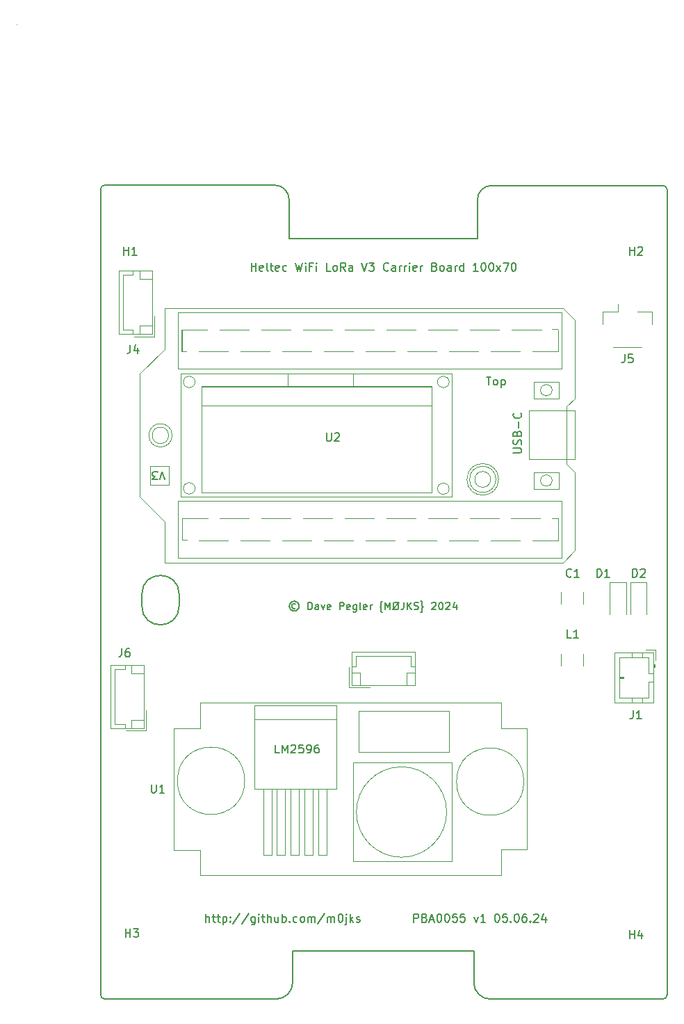
<source format=gbr>
%TF.GenerationSoftware,KiCad,Pcbnew,7.0.5-7.0.5~ubuntu22.04.1*%
%TF.CreationDate,2024-06-06T16:52:37+01:00*%
%TF.ProjectId,PBA0055-APRS-digirepeater-backplane-100x70,50424130-3035-4352-9d41-5052532d6469,rev?*%
%TF.SameCoordinates,Original*%
%TF.FileFunction,Legend,Top*%
%TF.FilePolarity,Positive*%
%FSLAX46Y46*%
G04 Gerber Fmt 4.6, Leading zero omitted, Abs format (unit mm)*
G04 Created by KiCad (PCBNEW 7.0.5-7.0.5~ubuntu22.04.1) date 2024-06-06 16:52:37*
%MOMM*%
%LPD*%
G01*
G04 APERTURE LIST*
%ADD10C,0.150000*%
%ADD11C,0.200000*%
%ADD12C,0.120000*%
%ADD13C,0.050000*%
G04 APERTURE END LIST*
D10*
X110826154Y-100750000D02*
G75*
G03*
X115353846Y-100750000I2263846J0D01*
G01*
X143950000Y-56000000D02*
X128750000Y-56000000D01*
X174299999Y-148557099D02*
G75*
G03*
X174799999Y-148057107I1J499999D01*
G01*
X110826154Y-99263846D02*
X110826154Y-100750000D01*
X129185786Y-144750000D02*
X129185786Y-144000000D01*
X153500000Y-49542893D02*
X169699999Y-49542893D01*
X153450000Y-49537500D02*
G75*
G03*
X151700000Y-51287437I-100J-1749900D01*
G01*
X111142893Y-49500000D02*
X127000000Y-49500000D01*
X127185786Y-148557086D02*
G75*
G03*
X129185786Y-146557107I14J1999986D01*
G01*
X115353846Y-99263846D02*
G75*
G03*
X110826154Y-99263846I-2263846J0D01*
G01*
X151249993Y-146557107D02*
G75*
G03*
X153250000Y-148557107I2000007J7D01*
G01*
X174800007Y-50042893D02*
G75*
G03*
X174299999Y-49542893I-500007J-7D01*
G01*
X129185786Y-142750000D02*
X151250000Y-142750000D01*
X153320000Y-148557107D02*
X169699999Y-148557107D01*
X110892893Y-148557107D02*
X127400000Y-148557107D01*
X151700000Y-52500000D02*
X151700000Y-56000000D01*
X128750000Y-52500000D02*
X128750000Y-51250000D01*
X111142893Y-49500000D02*
X106250000Y-49500000D01*
X143600000Y-56000000D02*
X151700000Y-56000000D01*
X151250000Y-144000000D02*
X151250000Y-142750000D01*
X151700000Y-52500000D02*
X151700000Y-51287437D01*
X174299999Y-49542893D02*
X169699999Y-49542893D01*
X129185786Y-144000000D02*
X129185786Y-142750000D01*
X105792893Y-148057107D02*
G75*
G03*
X106292893Y-148557107I500007J7D01*
G01*
X110892893Y-148557107D02*
X106292893Y-148557107D01*
X174292893Y-148542893D02*
G75*
G03*
X174792893Y-148042893I7J499993D01*
G01*
X115353846Y-99263846D02*
X115353846Y-100750000D01*
X151250000Y-144000000D02*
X151250000Y-146557107D01*
X174799999Y-148042893D02*
X174799999Y-50042893D01*
X128750000Y-52500000D02*
X128750000Y-56000000D01*
X174299999Y-148557107D02*
X169699999Y-148557107D01*
X106292893Y-49499993D02*
G75*
G03*
X105792893Y-50000000I7J-500007D01*
G01*
X128750000Y-51250000D02*
G75*
G03*
X127000000Y-49500000I-1750000J0D01*
G01*
X105792893Y-148042893D02*
X105792893Y-50042893D01*
X129185786Y-144750000D02*
X129185786Y-146557107D01*
X105792907Y-148042893D02*
G75*
G03*
X106292893Y-148542893I499993J-7D01*
G01*
D11*
X143952381Y-139202219D02*
X143952381Y-138202219D01*
X143952381Y-138202219D02*
X144333333Y-138202219D01*
X144333333Y-138202219D02*
X144428571Y-138249838D01*
X144428571Y-138249838D02*
X144476190Y-138297457D01*
X144476190Y-138297457D02*
X144523809Y-138392695D01*
X144523809Y-138392695D02*
X144523809Y-138535552D01*
X144523809Y-138535552D02*
X144476190Y-138630790D01*
X144476190Y-138630790D02*
X144428571Y-138678409D01*
X144428571Y-138678409D02*
X144333333Y-138726028D01*
X144333333Y-138726028D02*
X143952381Y-138726028D01*
X145285714Y-138678409D02*
X145428571Y-138726028D01*
X145428571Y-138726028D02*
X145476190Y-138773647D01*
X145476190Y-138773647D02*
X145523809Y-138868885D01*
X145523809Y-138868885D02*
X145523809Y-139011742D01*
X145523809Y-139011742D02*
X145476190Y-139106980D01*
X145476190Y-139106980D02*
X145428571Y-139154600D01*
X145428571Y-139154600D02*
X145333333Y-139202219D01*
X145333333Y-139202219D02*
X144952381Y-139202219D01*
X144952381Y-139202219D02*
X144952381Y-138202219D01*
X144952381Y-138202219D02*
X145285714Y-138202219D01*
X145285714Y-138202219D02*
X145380952Y-138249838D01*
X145380952Y-138249838D02*
X145428571Y-138297457D01*
X145428571Y-138297457D02*
X145476190Y-138392695D01*
X145476190Y-138392695D02*
X145476190Y-138487933D01*
X145476190Y-138487933D02*
X145428571Y-138583171D01*
X145428571Y-138583171D02*
X145380952Y-138630790D01*
X145380952Y-138630790D02*
X145285714Y-138678409D01*
X145285714Y-138678409D02*
X144952381Y-138678409D01*
X145904762Y-138916504D02*
X146380952Y-138916504D01*
X145809524Y-139202219D02*
X146142857Y-138202219D01*
X146142857Y-138202219D02*
X146476190Y-139202219D01*
X147000000Y-138202219D02*
X147095238Y-138202219D01*
X147095238Y-138202219D02*
X147190476Y-138249838D01*
X147190476Y-138249838D02*
X147238095Y-138297457D01*
X147238095Y-138297457D02*
X147285714Y-138392695D01*
X147285714Y-138392695D02*
X147333333Y-138583171D01*
X147333333Y-138583171D02*
X147333333Y-138821266D01*
X147333333Y-138821266D02*
X147285714Y-139011742D01*
X147285714Y-139011742D02*
X147238095Y-139106980D01*
X147238095Y-139106980D02*
X147190476Y-139154600D01*
X147190476Y-139154600D02*
X147095238Y-139202219D01*
X147095238Y-139202219D02*
X147000000Y-139202219D01*
X147000000Y-139202219D02*
X146904762Y-139154600D01*
X146904762Y-139154600D02*
X146857143Y-139106980D01*
X146857143Y-139106980D02*
X146809524Y-139011742D01*
X146809524Y-139011742D02*
X146761905Y-138821266D01*
X146761905Y-138821266D02*
X146761905Y-138583171D01*
X146761905Y-138583171D02*
X146809524Y-138392695D01*
X146809524Y-138392695D02*
X146857143Y-138297457D01*
X146857143Y-138297457D02*
X146904762Y-138249838D01*
X146904762Y-138249838D02*
X147000000Y-138202219D01*
X147952381Y-138202219D02*
X148047619Y-138202219D01*
X148047619Y-138202219D02*
X148142857Y-138249838D01*
X148142857Y-138249838D02*
X148190476Y-138297457D01*
X148190476Y-138297457D02*
X148238095Y-138392695D01*
X148238095Y-138392695D02*
X148285714Y-138583171D01*
X148285714Y-138583171D02*
X148285714Y-138821266D01*
X148285714Y-138821266D02*
X148238095Y-139011742D01*
X148238095Y-139011742D02*
X148190476Y-139106980D01*
X148190476Y-139106980D02*
X148142857Y-139154600D01*
X148142857Y-139154600D02*
X148047619Y-139202219D01*
X148047619Y-139202219D02*
X147952381Y-139202219D01*
X147952381Y-139202219D02*
X147857143Y-139154600D01*
X147857143Y-139154600D02*
X147809524Y-139106980D01*
X147809524Y-139106980D02*
X147761905Y-139011742D01*
X147761905Y-139011742D02*
X147714286Y-138821266D01*
X147714286Y-138821266D02*
X147714286Y-138583171D01*
X147714286Y-138583171D02*
X147761905Y-138392695D01*
X147761905Y-138392695D02*
X147809524Y-138297457D01*
X147809524Y-138297457D02*
X147857143Y-138249838D01*
X147857143Y-138249838D02*
X147952381Y-138202219D01*
X149190476Y-138202219D02*
X148714286Y-138202219D01*
X148714286Y-138202219D02*
X148666667Y-138678409D01*
X148666667Y-138678409D02*
X148714286Y-138630790D01*
X148714286Y-138630790D02*
X148809524Y-138583171D01*
X148809524Y-138583171D02*
X149047619Y-138583171D01*
X149047619Y-138583171D02*
X149142857Y-138630790D01*
X149142857Y-138630790D02*
X149190476Y-138678409D01*
X149190476Y-138678409D02*
X149238095Y-138773647D01*
X149238095Y-138773647D02*
X149238095Y-139011742D01*
X149238095Y-139011742D02*
X149190476Y-139106980D01*
X149190476Y-139106980D02*
X149142857Y-139154600D01*
X149142857Y-139154600D02*
X149047619Y-139202219D01*
X149047619Y-139202219D02*
X148809524Y-139202219D01*
X148809524Y-139202219D02*
X148714286Y-139154600D01*
X148714286Y-139154600D02*
X148666667Y-139106980D01*
X150142857Y-138202219D02*
X149666667Y-138202219D01*
X149666667Y-138202219D02*
X149619048Y-138678409D01*
X149619048Y-138678409D02*
X149666667Y-138630790D01*
X149666667Y-138630790D02*
X149761905Y-138583171D01*
X149761905Y-138583171D02*
X150000000Y-138583171D01*
X150000000Y-138583171D02*
X150095238Y-138630790D01*
X150095238Y-138630790D02*
X150142857Y-138678409D01*
X150142857Y-138678409D02*
X150190476Y-138773647D01*
X150190476Y-138773647D02*
X150190476Y-139011742D01*
X150190476Y-139011742D02*
X150142857Y-139106980D01*
X150142857Y-139106980D02*
X150095238Y-139154600D01*
X150095238Y-139154600D02*
X150000000Y-139202219D01*
X150000000Y-139202219D02*
X149761905Y-139202219D01*
X149761905Y-139202219D02*
X149666667Y-139154600D01*
X149666667Y-139154600D02*
X149619048Y-139106980D01*
X151285715Y-138535552D02*
X151523810Y-139202219D01*
X151523810Y-139202219D02*
X151761905Y-138535552D01*
X152666667Y-139202219D02*
X152095239Y-139202219D01*
X152380953Y-139202219D02*
X152380953Y-138202219D01*
X152380953Y-138202219D02*
X152285715Y-138345076D01*
X152285715Y-138345076D02*
X152190477Y-138440314D01*
X152190477Y-138440314D02*
X152095239Y-138487933D01*
X154047620Y-138202219D02*
X154142858Y-138202219D01*
X154142858Y-138202219D02*
X154238096Y-138249838D01*
X154238096Y-138249838D02*
X154285715Y-138297457D01*
X154285715Y-138297457D02*
X154333334Y-138392695D01*
X154333334Y-138392695D02*
X154380953Y-138583171D01*
X154380953Y-138583171D02*
X154380953Y-138821266D01*
X154380953Y-138821266D02*
X154333334Y-139011742D01*
X154333334Y-139011742D02*
X154285715Y-139106980D01*
X154285715Y-139106980D02*
X154238096Y-139154600D01*
X154238096Y-139154600D02*
X154142858Y-139202219D01*
X154142858Y-139202219D02*
X154047620Y-139202219D01*
X154047620Y-139202219D02*
X153952382Y-139154600D01*
X153952382Y-139154600D02*
X153904763Y-139106980D01*
X153904763Y-139106980D02*
X153857144Y-139011742D01*
X153857144Y-139011742D02*
X153809525Y-138821266D01*
X153809525Y-138821266D02*
X153809525Y-138583171D01*
X153809525Y-138583171D02*
X153857144Y-138392695D01*
X153857144Y-138392695D02*
X153904763Y-138297457D01*
X153904763Y-138297457D02*
X153952382Y-138249838D01*
X153952382Y-138249838D02*
X154047620Y-138202219D01*
X155285715Y-138202219D02*
X154809525Y-138202219D01*
X154809525Y-138202219D02*
X154761906Y-138678409D01*
X154761906Y-138678409D02*
X154809525Y-138630790D01*
X154809525Y-138630790D02*
X154904763Y-138583171D01*
X154904763Y-138583171D02*
X155142858Y-138583171D01*
X155142858Y-138583171D02*
X155238096Y-138630790D01*
X155238096Y-138630790D02*
X155285715Y-138678409D01*
X155285715Y-138678409D02*
X155333334Y-138773647D01*
X155333334Y-138773647D02*
X155333334Y-139011742D01*
X155333334Y-139011742D02*
X155285715Y-139106980D01*
X155285715Y-139106980D02*
X155238096Y-139154600D01*
X155238096Y-139154600D02*
X155142858Y-139202219D01*
X155142858Y-139202219D02*
X154904763Y-139202219D01*
X154904763Y-139202219D02*
X154809525Y-139154600D01*
X154809525Y-139154600D02*
X154761906Y-139106980D01*
X155761906Y-139106980D02*
X155809525Y-139154600D01*
X155809525Y-139154600D02*
X155761906Y-139202219D01*
X155761906Y-139202219D02*
X155714287Y-139154600D01*
X155714287Y-139154600D02*
X155761906Y-139106980D01*
X155761906Y-139106980D02*
X155761906Y-139202219D01*
X156428572Y-138202219D02*
X156523810Y-138202219D01*
X156523810Y-138202219D02*
X156619048Y-138249838D01*
X156619048Y-138249838D02*
X156666667Y-138297457D01*
X156666667Y-138297457D02*
X156714286Y-138392695D01*
X156714286Y-138392695D02*
X156761905Y-138583171D01*
X156761905Y-138583171D02*
X156761905Y-138821266D01*
X156761905Y-138821266D02*
X156714286Y-139011742D01*
X156714286Y-139011742D02*
X156666667Y-139106980D01*
X156666667Y-139106980D02*
X156619048Y-139154600D01*
X156619048Y-139154600D02*
X156523810Y-139202219D01*
X156523810Y-139202219D02*
X156428572Y-139202219D01*
X156428572Y-139202219D02*
X156333334Y-139154600D01*
X156333334Y-139154600D02*
X156285715Y-139106980D01*
X156285715Y-139106980D02*
X156238096Y-139011742D01*
X156238096Y-139011742D02*
X156190477Y-138821266D01*
X156190477Y-138821266D02*
X156190477Y-138583171D01*
X156190477Y-138583171D02*
X156238096Y-138392695D01*
X156238096Y-138392695D02*
X156285715Y-138297457D01*
X156285715Y-138297457D02*
X156333334Y-138249838D01*
X156333334Y-138249838D02*
X156428572Y-138202219D01*
X157619048Y-138202219D02*
X157428572Y-138202219D01*
X157428572Y-138202219D02*
X157333334Y-138249838D01*
X157333334Y-138249838D02*
X157285715Y-138297457D01*
X157285715Y-138297457D02*
X157190477Y-138440314D01*
X157190477Y-138440314D02*
X157142858Y-138630790D01*
X157142858Y-138630790D02*
X157142858Y-139011742D01*
X157142858Y-139011742D02*
X157190477Y-139106980D01*
X157190477Y-139106980D02*
X157238096Y-139154600D01*
X157238096Y-139154600D02*
X157333334Y-139202219D01*
X157333334Y-139202219D02*
X157523810Y-139202219D01*
X157523810Y-139202219D02*
X157619048Y-139154600D01*
X157619048Y-139154600D02*
X157666667Y-139106980D01*
X157666667Y-139106980D02*
X157714286Y-139011742D01*
X157714286Y-139011742D02*
X157714286Y-138773647D01*
X157714286Y-138773647D02*
X157666667Y-138678409D01*
X157666667Y-138678409D02*
X157619048Y-138630790D01*
X157619048Y-138630790D02*
X157523810Y-138583171D01*
X157523810Y-138583171D02*
X157333334Y-138583171D01*
X157333334Y-138583171D02*
X157238096Y-138630790D01*
X157238096Y-138630790D02*
X157190477Y-138678409D01*
X157190477Y-138678409D02*
X157142858Y-138773647D01*
X158142858Y-139106980D02*
X158190477Y-139154600D01*
X158190477Y-139154600D02*
X158142858Y-139202219D01*
X158142858Y-139202219D02*
X158095239Y-139154600D01*
X158095239Y-139154600D02*
X158142858Y-139106980D01*
X158142858Y-139106980D02*
X158142858Y-139202219D01*
X158571429Y-138297457D02*
X158619048Y-138249838D01*
X158619048Y-138249838D02*
X158714286Y-138202219D01*
X158714286Y-138202219D02*
X158952381Y-138202219D01*
X158952381Y-138202219D02*
X159047619Y-138249838D01*
X159047619Y-138249838D02*
X159095238Y-138297457D01*
X159095238Y-138297457D02*
X159142857Y-138392695D01*
X159142857Y-138392695D02*
X159142857Y-138487933D01*
X159142857Y-138487933D02*
X159095238Y-138630790D01*
X159095238Y-138630790D02*
X158523810Y-139202219D01*
X158523810Y-139202219D02*
X159142857Y-139202219D01*
X160000000Y-138535552D02*
X160000000Y-139202219D01*
X159761905Y-138154600D02*
X159523810Y-138868885D01*
X159523810Y-138868885D02*
X160142857Y-138868885D01*
X124154760Y-59952219D02*
X124154760Y-58952219D01*
X124154760Y-59428409D02*
X124726188Y-59428409D01*
X124726188Y-59952219D02*
X124726188Y-58952219D01*
X125583331Y-59904600D02*
X125488093Y-59952219D01*
X125488093Y-59952219D02*
X125297617Y-59952219D01*
X125297617Y-59952219D02*
X125202379Y-59904600D01*
X125202379Y-59904600D02*
X125154760Y-59809361D01*
X125154760Y-59809361D02*
X125154760Y-59428409D01*
X125154760Y-59428409D02*
X125202379Y-59333171D01*
X125202379Y-59333171D02*
X125297617Y-59285552D01*
X125297617Y-59285552D02*
X125488093Y-59285552D01*
X125488093Y-59285552D02*
X125583331Y-59333171D01*
X125583331Y-59333171D02*
X125630950Y-59428409D01*
X125630950Y-59428409D02*
X125630950Y-59523647D01*
X125630950Y-59523647D02*
X125154760Y-59618885D01*
X126202379Y-59952219D02*
X126107141Y-59904600D01*
X126107141Y-59904600D02*
X126059522Y-59809361D01*
X126059522Y-59809361D02*
X126059522Y-58952219D01*
X126440475Y-59285552D02*
X126821427Y-59285552D01*
X126583332Y-58952219D02*
X126583332Y-59809361D01*
X126583332Y-59809361D02*
X126630951Y-59904600D01*
X126630951Y-59904600D02*
X126726189Y-59952219D01*
X126726189Y-59952219D02*
X126821427Y-59952219D01*
X127535713Y-59904600D02*
X127440475Y-59952219D01*
X127440475Y-59952219D02*
X127249999Y-59952219D01*
X127249999Y-59952219D02*
X127154761Y-59904600D01*
X127154761Y-59904600D02*
X127107142Y-59809361D01*
X127107142Y-59809361D02*
X127107142Y-59428409D01*
X127107142Y-59428409D02*
X127154761Y-59333171D01*
X127154761Y-59333171D02*
X127249999Y-59285552D01*
X127249999Y-59285552D02*
X127440475Y-59285552D01*
X127440475Y-59285552D02*
X127535713Y-59333171D01*
X127535713Y-59333171D02*
X127583332Y-59428409D01*
X127583332Y-59428409D02*
X127583332Y-59523647D01*
X127583332Y-59523647D02*
X127107142Y-59618885D01*
X128440475Y-59904600D02*
X128345237Y-59952219D01*
X128345237Y-59952219D02*
X128154761Y-59952219D01*
X128154761Y-59952219D02*
X128059523Y-59904600D01*
X128059523Y-59904600D02*
X128011904Y-59856980D01*
X128011904Y-59856980D02*
X127964285Y-59761742D01*
X127964285Y-59761742D02*
X127964285Y-59476028D01*
X127964285Y-59476028D02*
X128011904Y-59380790D01*
X128011904Y-59380790D02*
X128059523Y-59333171D01*
X128059523Y-59333171D02*
X128154761Y-59285552D01*
X128154761Y-59285552D02*
X128345237Y-59285552D01*
X128345237Y-59285552D02*
X128440475Y-59333171D01*
X129535714Y-58952219D02*
X129773809Y-59952219D01*
X129773809Y-59952219D02*
X129964285Y-59237933D01*
X129964285Y-59237933D02*
X130154761Y-59952219D01*
X130154761Y-59952219D02*
X130392857Y-58952219D01*
X130773809Y-59952219D02*
X130773809Y-59285552D01*
X130773809Y-58952219D02*
X130726190Y-58999838D01*
X130726190Y-58999838D02*
X130773809Y-59047457D01*
X130773809Y-59047457D02*
X130821428Y-58999838D01*
X130821428Y-58999838D02*
X130773809Y-58952219D01*
X130773809Y-58952219D02*
X130773809Y-59047457D01*
X131583332Y-59428409D02*
X131249999Y-59428409D01*
X131249999Y-59952219D02*
X131249999Y-58952219D01*
X131249999Y-58952219D02*
X131726189Y-58952219D01*
X132107142Y-59952219D02*
X132107142Y-59285552D01*
X132107142Y-58952219D02*
X132059523Y-58999838D01*
X132059523Y-58999838D02*
X132107142Y-59047457D01*
X132107142Y-59047457D02*
X132154761Y-58999838D01*
X132154761Y-58999838D02*
X132107142Y-58952219D01*
X132107142Y-58952219D02*
X132107142Y-59047457D01*
X133821427Y-59952219D02*
X133345237Y-59952219D01*
X133345237Y-59952219D02*
X133345237Y-58952219D01*
X134297618Y-59952219D02*
X134202380Y-59904600D01*
X134202380Y-59904600D02*
X134154761Y-59856980D01*
X134154761Y-59856980D02*
X134107142Y-59761742D01*
X134107142Y-59761742D02*
X134107142Y-59476028D01*
X134107142Y-59476028D02*
X134154761Y-59380790D01*
X134154761Y-59380790D02*
X134202380Y-59333171D01*
X134202380Y-59333171D02*
X134297618Y-59285552D01*
X134297618Y-59285552D02*
X134440475Y-59285552D01*
X134440475Y-59285552D02*
X134535713Y-59333171D01*
X134535713Y-59333171D02*
X134583332Y-59380790D01*
X134583332Y-59380790D02*
X134630951Y-59476028D01*
X134630951Y-59476028D02*
X134630951Y-59761742D01*
X134630951Y-59761742D02*
X134583332Y-59856980D01*
X134583332Y-59856980D02*
X134535713Y-59904600D01*
X134535713Y-59904600D02*
X134440475Y-59952219D01*
X134440475Y-59952219D02*
X134297618Y-59952219D01*
X135630951Y-59952219D02*
X135297618Y-59476028D01*
X135059523Y-59952219D02*
X135059523Y-58952219D01*
X135059523Y-58952219D02*
X135440475Y-58952219D01*
X135440475Y-58952219D02*
X135535713Y-58999838D01*
X135535713Y-58999838D02*
X135583332Y-59047457D01*
X135583332Y-59047457D02*
X135630951Y-59142695D01*
X135630951Y-59142695D02*
X135630951Y-59285552D01*
X135630951Y-59285552D02*
X135583332Y-59380790D01*
X135583332Y-59380790D02*
X135535713Y-59428409D01*
X135535713Y-59428409D02*
X135440475Y-59476028D01*
X135440475Y-59476028D02*
X135059523Y-59476028D01*
X136488094Y-59952219D02*
X136488094Y-59428409D01*
X136488094Y-59428409D02*
X136440475Y-59333171D01*
X136440475Y-59333171D02*
X136345237Y-59285552D01*
X136345237Y-59285552D02*
X136154761Y-59285552D01*
X136154761Y-59285552D02*
X136059523Y-59333171D01*
X136488094Y-59904600D02*
X136392856Y-59952219D01*
X136392856Y-59952219D02*
X136154761Y-59952219D01*
X136154761Y-59952219D02*
X136059523Y-59904600D01*
X136059523Y-59904600D02*
X136011904Y-59809361D01*
X136011904Y-59809361D02*
X136011904Y-59714123D01*
X136011904Y-59714123D02*
X136059523Y-59618885D01*
X136059523Y-59618885D02*
X136154761Y-59571266D01*
X136154761Y-59571266D02*
X136392856Y-59571266D01*
X136392856Y-59571266D02*
X136488094Y-59523647D01*
X137583333Y-58952219D02*
X137916666Y-59952219D01*
X137916666Y-59952219D02*
X138249999Y-58952219D01*
X138488095Y-58952219D02*
X139107142Y-58952219D01*
X139107142Y-58952219D02*
X138773809Y-59333171D01*
X138773809Y-59333171D02*
X138916666Y-59333171D01*
X138916666Y-59333171D02*
X139011904Y-59380790D01*
X139011904Y-59380790D02*
X139059523Y-59428409D01*
X139059523Y-59428409D02*
X139107142Y-59523647D01*
X139107142Y-59523647D02*
X139107142Y-59761742D01*
X139107142Y-59761742D02*
X139059523Y-59856980D01*
X139059523Y-59856980D02*
X139011904Y-59904600D01*
X139011904Y-59904600D02*
X138916666Y-59952219D01*
X138916666Y-59952219D02*
X138630952Y-59952219D01*
X138630952Y-59952219D02*
X138535714Y-59904600D01*
X138535714Y-59904600D02*
X138488095Y-59856980D01*
X140869047Y-59856980D02*
X140821428Y-59904600D01*
X140821428Y-59904600D02*
X140678571Y-59952219D01*
X140678571Y-59952219D02*
X140583333Y-59952219D01*
X140583333Y-59952219D02*
X140440476Y-59904600D01*
X140440476Y-59904600D02*
X140345238Y-59809361D01*
X140345238Y-59809361D02*
X140297619Y-59714123D01*
X140297619Y-59714123D02*
X140250000Y-59523647D01*
X140250000Y-59523647D02*
X140250000Y-59380790D01*
X140250000Y-59380790D02*
X140297619Y-59190314D01*
X140297619Y-59190314D02*
X140345238Y-59095076D01*
X140345238Y-59095076D02*
X140440476Y-58999838D01*
X140440476Y-58999838D02*
X140583333Y-58952219D01*
X140583333Y-58952219D02*
X140678571Y-58952219D01*
X140678571Y-58952219D02*
X140821428Y-58999838D01*
X140821428Y-58999838D02*
X140869047Y-59047457D01*
X141726190Y-59952219D02*
X141726190Y-59428409D01*
X141726190Y-59428409D02*
X141678571Y-59333171D01*
X141678571Y-59333171D02*
X141583333Y-59285552D01*
X141583333Y-59285552D02*
X141392857Y-59285552D01*
X141392857Y-59285552D02*
X141297619Y-59333171D01*
X141726190Y-59904600D02*
X141630952Y-59952219D01*
X141630952Y-59952219D02*
X141392857Y-59952219D01*
X141392857Y-59952219D02*
X141297619Y-59904600D01*
X141297619Y-59904600D02*
X141250000Y-59809361D01*
X141250000Y-59809361D02*
X141250000Y-59714123D01*
X141250000Y-59714123D02*
X141297619Y-59618885D01*
X141297619Y-59618885D02*
X141392857Y-59571266D01*
X141392857Y-59571266D02*
X141630952Y-59571266D01*
X141630952Y-59571266D02*
X141726190Y-59523647D01*
X142202381Y-59952219D02*
X142202381Y-59285552D01*
X142202381Y-59476028D02*
X142250000Y-59380790D01*
X142250000Y-59380790D02*
X142297619Y-59333171D01*
X142297619Y-59333171D02*
X142392857Y-59285552D01*
X142392857Y-59285552D02*
X142488095Y-59285552D01*
X142821429Y-59952219D02*
X142821429Y-59285552D01*
X142821429Y-59476028D02*
X142869048Y-59380790D01*
X142869048Y-59380790D02*
X142916667Y-59333171D01*
X142916667Y-59333171D02*
X143011905Y-59285552D01*
X143011905Y-59285552D02*
X143107143Y-59285552D01*
X143440477Y-59952219D02*
X143440477Y-59285552D01*
X143440477Y-58952219D02*
X143392858Y-58999838D01*
X143392858Y-58999838D02*
X143440477Y-59047457D01*
X143440477Y-59047457D02*
X143488096Y-58999838D01*
X143488096Y-58999838D02*
X143440477Y-58952219D01*
X143440477Y-58952219D02*
X143440477Y-59047457D01*
X144297619Y-59904600D02*
X144202381Y-59952219D01*
X144202381Y-59952219D02*
X144011905Y-59952219D01*
X144011905Y-59952219D02*
X143916667Y-59904600D01*
X143916667Y-59904600D02*
X143869048Y-59809361D01*
X143869048Y-59809361D02*
X143869048Y-59428409D01*
X143869048Y-59428409D02*
X143916667Y-59333171D01*
X143916667Y-59333171D02*
X144011905Y-59285552D01*
X144011905Y-59285552D02*
X144202381Y-59285552D01*
X144202381Y-59285552D02*
X144297619Y-59333171D01*
X144297619Y-59333171D02*
X144345238Y-59428409D01*
X144345238Y-59428409D02*
X144345238Y-59523647D01*
X144345238Y-59523647D02*
X143869048Y-59618885D01*
X144773810Y-59952219D02*
X144773810Y-59285552D01*
X144773810Y-59476028D02*
X144821429Y-59380790D01*
X144821429Y-59380790D02*
X144869048Y-59333171D01*
X144869048Y-59333171D02*
X144964286Y-59285552D01*
X144964286Y-59285552D02*
X145059524Y-59285552D01*
X146488096Y-59428409D02*
X146630953Y-59476028D01*
X146630953Y-59476028D02*
X146678572Y-59523647D01*
X146678572Y-59523647D02*
X146726191Y-59618885D01*
X146726191Y-59618885D02*
X146726191Y-59761742D01*
X146726191Y-59761742D02*
X146678572Y-59856980D01*
X146678572Y-59856980D02*
X146630953Y-59904600D01*
X146630953Y-59904600D02*
X146535715Y-59952219D01*
X146535715Y-59952219D02*
X146154763Y-59952219D01*
X146154763Y-59952219D02*
X146154763Y-58952219D01*
X146154763Y-58952219D02*
X146488096Y-58952219D01*
X146488096Y-58952219D02*
X146583334Y-58999838D01*
X146583334Y-58999838D02*
X146630953Y-59047457D01*
X146630953Y-59047457D02*
X146678572Y-59142695D01*
X146678572Y-59142695D02*
X146678572Y-59237933D01*
X146678572Y-59237933D02*
X146630953Y-59333171D01*
X146630953Y-59333171D02*
X146583334Y-59380790D01*
X146583334Y-59380790D02*
X146488096Y-59428409D01*
X146488096Y-59428409D02*
X146154763Y-59428409D01*
X147297620Y-59952219D02*
X147202382Y-59904600D01*
X147202382Y-59904600D02*
X147154763Y-59856980D01*
X147154763Y-59856980D02*
X147107144Y-59761742D01*
X147107144Y-59761742D02*
X147107144Y-59476028D01*
X147107144Y-59476028D02*
X147154763Y-59380790D01*
X147154763Y-59380790D02*
X147202382Y-59333171D01*
X147202382Y-59333171D02*
X147297620Y-59285552D01*
X147297620Y-59285552D02*
X147440477Y-59285552D01*
X147440477Y-59285552D02*
X147535715Y-59333171D01*
X147535715Y-59333171D02*
X147583334Y-59380790D01*
X147583334Y-59380790D02*
X147630953Y-59476028D01*
X147630953Y-59476028D02*
X147630953Y-59761742D01*
X147630953Y-59761742D02*
X147583334Y-59856980D01*
X147583334Y-59856980D02*
X147535715Y-59904600D01*
X147535715Y-59904600D02*
X147440477Y-59952219D01*
X147440477Y-59952219D02*
X147297620Y-59952219D01*
X148488096Y-59952219D02*
X148488096Y-59428409D01*
X148488096Y-59428409D02*
X148440477Y-59333171D01*
X148440477Y-59333171D02*
X148345239Y-59285552D01*
X148345239Y-59285552D02*
X148154763Y-59285552D01*
X148154763Y-59285552D02*
X148059525Y-59333171D01*
X148488096Y-59904600D02*
X148392858Y-59952219D01*
X148392858Y-59952219D02*
X148154763Y-59952219D01*
X148154763Y-59952219D02*
X148059525Y-59904600D01*
X148059525Y-59904600D02*
X148011906Y-59809361D01*
X148011906Y-59809361D02*
X148011906Y-59714123D01*
X148011906Y-59714123D02*
X148059525Y-59618885D01*
X148059525Y-59618885D02*
X148154763Y-59571266D01*
X148154763Y-59571266D02*
X148392858Y-59571266D01*
X148392858Y-59571266D02*
X148488096Y-59523647D01*
X148964287Y-59952219D02*
X148964287Y-59285552D01*
X148964287Y-59476028D02*
X149011906Y-59380790D01*
X149011906Y-59380790D02*
X149059525Y-59333171D01*
X149059525Y-59333171D02*
X149154763Y-59285552D01*
X149154763Y-59285552D02*
X149250001Y-59285552D01*
X150011906Y-59952219D02*
X150011906Y-58952219D01*
X150011906Y-59904600D02*
X149916668Y-59952219D01*
X149916668Y-59952219D02*
X149726192Y-59952219D01*
X149726192Y-59952219D02*
X149630954Y-59904600D01*
X149630954Y-59904600D02*
X149583335Y-59856980D01*
X149583335Y-59856980D02*
X149535716Y-59761742D01*
X149535716Y-59761742D02*
X149535716Y-59476028D01*
X149535716Y-59476028D02*
X149583335Y-59380790D01*
X149583335Y-59380790D02*
X149630954Y-59333171D01*
X149630954Y-59333171D02*
X149726192Y-59285552D01*
X149726192Y-59285552D02*
X149916668Y-59285552D01*
X149916668Y-59285552D02*
X150011906Y-59333171D01*
X151773811Y-59952219D02*
X151202383Y-59952219D01*
X151488097Y-59952219D02*
X151488097Y-58952219D01*
X151488097Y-58952219D02*
X151392859Y-59095076D01*
X151392859Y-59095076D02*
X151297621Y-59190314D01*
X151297621Y-59190314D02*
X151202383Y-59237933D01*
X152392859Y-58952219D02*
X152488097Y-58952219D01*
X152488097Y-58952219D02*
X152583335Y-58999838D01*
X152583335Y-58999838D02*
X152630954Y-59047457D01*
X152630954Y-59047457D02*
X152678573Y-59142695D01*
X152678573Y-59142695D02*
X152726192Y-59333171D01*
X152726192Y-59333171D02*
X152726192Y-59571266D01*
X152726192Y-59571266D02*
X152678573Y-59761742D01*
X152678573Y-59761742D02*
X152630954Y-59856980D01*
X152630954Y-59856980D02*
X152583335Y-59904600D01*
X152583335Y-59904600D02*
X152488097Y-59952219D01*
X152488097Y-59952219D02*
X152392859Y-59952219D01*
X152392859Y-59952219D02*
X152297621Y-59904600D01*
X152297621Y-59904600D02*
X152250002Y-59856980D01*
X152250002Y-59856980D02*
X152202383Y-59761742D01*
X152202383Y-59761742D02*
X152154764Y-59571266D01*
X152154764Y-59571266D02*
X152154764Y-59333171D01*
X152154764Y-59333171D02*
X152202383Y-59142695D01*
X152202383Y-59142695D02*
X152250002Y-59047457D01*
X152250002Y-59047457D02*
X152297621Y-58999838D01*
X152297621Y-58999838D02*
X152392859Y-58952219D01*
X153345240Y-58952219D02*
X153440478Y-58952219D01*
X153440478Y-58952219D02*
X153535716Y-58999838D01*
X153535716Y-58999838D02*
X153583335Y-59047457D01*
X153583335Y-59047457D02*
X153630954Y-59142695D01*
X153630954Y-59142695D02*
X153678573Y-59333171D01*
X153678573Y-59333171D02*
X153678573Y-59571266D01*
X153678573Y-59571266D02*
X153630954Y-59761742D01*
X153630954Y-59761742D02*
X153583335Y-59856980D01*
X153583335Y-59856980D02*
X153535716Y-59904600D01*
X153535716Y-59904600D02*
X153440478Y-59952219D01*
X153440478Y-59952219D02*
X153345240Y-59952219D01*
X153345240Y-59952219D02*
X153250002Y-59904600D01*
X153250002Y-59904600D02*
X153202383Y-59856980D01*
X153202383Y-59856980D02*
X153154764Y-59761742D01*
X153154764Y-59761742D02*
X153107145Y-59571266D01*
X153107145Y-59571266D02*
X153107145Y-59333171D01*
X153107145Y-59333171D02*
X153154764Y-59142695D01*
X153154764Y-59142695D02*
X153202383Y-59047457D01*
X153202383Y-59047457D02*
X153250002Y-58999838D01*
X153250002Y-58999838D02*
X153345240Y-58952219D01*
X154011907Y-59952219D02*
X154535716Y-59285552D01*
X154011907Y-59285552D02*
X154535716Y-59952219D01*
X154821431Y-58952219D02*
X155488097Y-58952219D01*
X155488097Y-58952219D02*
X155059526Y-59952219D01*
X156059526Y-58952219D02*
X156154764Y-58952219D01*
X156154764Y-58952219D02*
X156250002Y-58999838D01*
X156250002Y-58999838D02*
X156297621Y-59047457D01*
X156297621Y-59047457D02*
X156345240Y-59142695D01*
X156345240Y-59142695D02*
X156392859Y-59333171D01*
X156392859Y-59333171D02*
X156392859Y-59571266D01*
X156392859Y-59571266D02*
X156345240Y-59761742D01*
X156345240Y-59761742D02*
X156297621Y-59856980D01*
X156297621Y-59856980D02*
X156250002Y-59904600D01*
X156250002Y-59904600D02*
X156154764Y-59952219D01*
X156154764Y-59952219D02*
X156059526Y-59952219D01*
X156059526Y-59952219D02*
X155964288Y-59904600D01*
X155964288Y-59904600D02*
X155916669Y-59856980D01*
X155916669Y-59856980D02*
X155869050Y-59761742D01*
X155869050Y-59761742D02*
X155821431Y-59571266D01*
X155821431Y-59571266D02*
X155821431Y-59333171D01*
X155821431Y-59333171D02*
X155869050Y-59142695D01*
X155869050Y-59142695D02*
X155916669Y-59047457D01*
X155916669Y-59047457D02*
X155964288Y-58999838D01*
X155964288Y-58999838D02*
X156059526Y-58952219D01*
X129550000Y-100470242D02*
X129464285Y-100427385D01*
X129464285Y-100427385D02*
X129292857Y-100427385D01*
X129292857Y-100427385D02*
X129207143Y-100470242D01*
X129207143Y-100470242D02*
X129121428Y-100555957D01*
X129121428Y-100555957D02*
X129078571Y-100641671D01*
X129078571Y-100641671D02*
X129078571Y-100813100D01*
X129078571Y-100813100D02*
X129121428Y-100898814D01*
X129121428Y-100898814D02*
X129207143Y-100984528D01*
X129207143Y-100984528D02*
X129292857Y-101027385D01*
X129292857Y-101027385D02*
X129464285Y-101027385D01*
X129464285Y-101027385D02*
X129550000Y-100984528D01*
X129378571Y-100127385D02*
X129164285Y-100170242D01*
X129164285Y-100170242D02*
X128950000Y-100298814D01*
X128950000Y-100298814D02*
X128821428Y-100513100D01*
X128821428Y-100513100D02*
X128778571Y-100727385D01*
X128778571Y-100727385D02*
X128821428Y-100941671D01*
X128821428Y-100941671D02*
X128950000Y-101155957D01*
X128950000Y-101155957D02*
X129164285Y-101284528D01*
X129164285Y-101284528D02*
X129378571Y-101327385D01*
X129378571Y-101327385D02*
X129592857Y-101284528D01*
X129592857Y-101284528D02*
X129807143Y-101155957D01*
X129807143Y-101155957D02*
X129935714Y-100941671D01*
X129935714Y-100941671D02*
X129978571Y-100727385D01*
X129978571Y-100727385D02*
X129935714Y-100513100D01*
X129935714Y-100513100D02*
X129807143Y-100298814D01*
X129807143Y-100298814D02*
X129592857Y-100170242D01*
X129592857Y-100170242D02*
X129378571Y-100127385D01*
X131049999Y-101155957D02*
X131049999Y-100255957D01*
X131049999Y-100255957D02*
X131264285Y-100255957D01*
X131264285Y-100255957D02*
X131392856Y-100298814D01*
X131392856Y-100298814D02*
X131478571Y-100384528D01*
X131478571Y-100384528D02*
X131521428Y-100470242D01*
X131521428Y-100470242D02*
X131564285Y-100641671D01*
X131564285Y-100641671D02*
X131564285Y-100770242D01*
X131564285Y-100770242D02*
X131521428Y-100941671D01*
X131521428Y-100941671D02*
X131478571Y-101027385D01*
X131478571Y-101027385D02*
X131392856Y-101113100D01*
X131392856Y-101113100D02*
X131264285Y-101155957D01*
X131264285Y-101155957D02*
X131049999Y-101155957D01*
X132335714Y-101155957D02*
X132335714Y-100684528D01*
X132335714Y-100684528D02*
X132292856Y-100598814D01*
X132292856Y-100598814D02*
X132207142Y-100555957D01*
X132207142Y-100555957D02*
X132035714Y-100555957D01*
X132035714Y-100555957D02*
X131949999Y-100598814D01*
X132335714Y-101113100D02*
X132249999Y-101155957D01*
X132249999Y-101155957D02*
X132035714Y-101155957D01*
X132035714Y-101155957D02*
X131949999Y-101113100D01*
X131949999Y-101113100D02*
X131907142Y-101027385D01*
X131907142Y-101027385D02*
X131907142Y-100941671D01*
X131907142Y-100941671D02*
X131949999Y-100855957D01*
X131949999Y-100855957D02*
X132035714Y-100813100D01*
X132035714Y-100813100D02*
X132249999Y-100813100D01*
X132249999Y-100813100D02*
X132335714Y-100770242D01*
X132678571Y-100555957D02*
X132892857Y-101155957D01*
X132892857Y-101155957D02*
X133107142Y-100555957D01*
X133792856Y-101113100D02*
X133707142Y-101155957D01*
X133707142Y-101155957D02*
X133535714Y-101155957D01*
X133535714Y-101155957D02*
X133449999Y-101113100D01*
X133449999Y-101113100D02*
X133407142Y-101027385D01*
X133407142Y-101027385D02*
X133407142Y-100684528D01*
X133407142Y-100684528D02*
X133449999Y-100598814D01*
X133449999Y-100598814D02*
X133535714Y-100555957D01*
X133535714Y-100555957D02*
X133707142Y-100555957D01*
X133707142Y-100555957D02*
X133792856Y-100598814D01*
X133792856Y-100598814D02*
X133835714Y-100684528D01*
X133835714Y-100684528D02*
X133835714Y-100770242D01*
X133835714Y-100770242D02*
X133407142Y-100855957D01*
X134907142Y-101155957D02*
X134907142Y-100255957D01*
X134907142Y-100255957D02*
X135249999Y-100255957D01*
X135249999Y-100255957D02*
X135335714Y-100298814D01*
X135335714Y-100298814D02*
X135378571Y-100341671D01*
X135378571Y-100341671D02*
X135421428Y-100427385D01*
X135421428Y-100427385D02*
X135421428Y-100555957D01*
X135421428Y-100555957D02*
X135378571Y-100641671D01*
X135378571Y-100641671D02*
X135335714Y-100684528D01*
X135335714Y-100684528D02*
X135249999Y-100727385D01*
X135249999Y-100727385D02*
X134907142Y-100727385D01*
X136149999Y-101113100D02*
X136064285Y-101155957D01*
X136064285Y-101155957D02*
X135892857Y-101155957D01*
X135892857Y-101155957D02*
X135807142Y-101113100D01*
X135807142Y-101113100D02*
X135764285Y-101027385D01*
X135764285Y-101027385D02*
X135764285Y-100684528D01*
X135764285Y-100684528D02*
X135807142Y-100598814D01*
X135807142Y-100598814D02*
X135892857Y-100555957D01*
X135892857Y-100555957D02*
X136064285Y-100555957D01*
X136064285Y-100555957D02*
X136149999Y-100598814D01*
X136149999Y-100598814D02*
X136192857Y-100684528D01*
X136192857Y-100684528D02*
X136192857Y-100770242D01*
X136192857Y-100770242D02*
X135764285Y-100855957D01*
X136964286Y-100555957D02*
X136964286Y-101284528D01*
X136964286Y-101284528D02*
X136921428Y-101370242D01*
X136921428Y-101370242D02*
X136878571Y-101413100D01*
X136878571Y-101413100D02*
X136792857Y-101455957D01*
X136792857Y-101455957D02*
X136664286Y-101455957D01*
X136664286Y-101455957D02*
X136578571Y-101413100D01*
X136964286Y-101113100D02*
X136878571Y-101155957D01*
X136878571Y-101155957D02*
X136707143Y-101155957D01*
X136707143Y-101155957D02*
X136621428Y-101113100D01*
X136621428Y-101113100D02*
X136578571Y-101070242D01*
X136578571Y-101070242D02*
X136535714Y-100984528D01*
X136535714Y-100984528D02*
X136535714Y-100727385D01*
X136535714Y-100727385D02*
X136578571Y-100641671D01*
X136578571Y-100641671D02*
X136621428Y-100598814D01*
X136621428Y-100598814D02*
X136707143Y-100555957D01*
X136707143Y-100555957D02*
X136878571Y-100555957D01*
X136878571Y-100555957D02*
X136964286Y-100598814D01*
X137521429Y-101155957D02*
X137435714Y-101113100D01*
X137435714Y-101113100D02*
X137392857Y-101027385D01*
X137392857Y-101027385D02*
X137392857Y-100255957D01*
X138207143Y-101113100D02*
X138121429Y-101155957D01*
X138121429Y-101155957D02*
X137950001Y-101155957D01*
X137950001Y-101155957D02*
X137864286Y-101113100D01*
X137864286Y-101113100D02*
X137821429Y-101027385D01*
X137821429Y-101027385D02*
X137821429Y-100684528D01*
X137821429Y-100684528D02*
X137864286Y-100598814D01*
X137864286Y-100598814D02*
X137950001Y-100555957D01*
X137950001Y-100555957D02*
X138121429Y-100555957D01*
X138121429Y-100555957D02*
X138207143Y-100598814D01*
X138207143Y-100598814D02*
X138250001Y-100684528D01*
X138250001Y-100684528D02*
X138250001Y-100770242D01*
X138250001Y-100770242D02*
X137821429Y-100855957D01*
X138635715Y-101155957D02*
X138635715Y-100555957D01*
X138635715Y-100727385D02*
X138678572Y-100641671D01*
X138678572Y-100641671D02*
X138721430Y-100598814D01*
X138721430Y-100598814D02*
X138807144Y-100555957D01*
X138807144Y-100555957D02*
X138892858Y-100555957D01*
X140135715Y-101498814D02*
X140092858Y-101498814D01*
X140092858Y-101498814D02*
X140007144Y-101455957D01*
X140007144Y-101455957D02*
X139964287Y-101370242D01*
X139964287Y-101370242D02*
X139964287Y-100941671D01*
X139964287Y-100941671D02*
X139921429Y-100855957D01*
X139921429Y-100855957D02*
X139835715Y-100813100D01*
X139835715Y-100813100D02*
X139921429Y-100770242D01*
X139921429Y-100770242D02*
X139964287Y-100684528D01*
X139964287Y-100684528D02*
X139964287Y-100255957D01*
X139964287Y-100255957D02*
X140007144Y-100170242D01*
X140007144Y-100170242D02*
X140092858Y-100127385D01*
X140092858Y-100127385D02*
X140135715Y-100127385D01*
X140478572Y-101155957D02*
X140478572Y-100255957D01*
X140478572Y-100255957D02*
X140778572Y-100898814D01*
X140778572Y-100898814D02*
X141078572Y-100255957D01*
X141078572Y-100255957D02*
X141078572Y-101155957D01*
X142107143Y-100255957D02*
X141421429Y-101155957D01*
X141678572Y-101155957D02*
X141592858Y-101113100D01*
X141592858Y-101113100D02*
X141507143Y-101027385D01*
X141507143Y-101027385D02*
X141464286Y-100855957D01*
X141464286Y-100855957D02*
X141464286Y-100555957D01*
X141464286Y-100555957D02*
X141507143Y-100384528D01*
X141507143Y-100384528D02*
X141592858Y-100298814D01*
X141592858Y-100298814D02*
X141678572Y-100255957D01*
X141678572Y-100255957D02*
X141850000Y-100255957D01*
X141850000Y-100255957D02*
X141935715Y-100298814D01*
X141935715Y-100298814D02*
X142021429Y-100384528D01*
X142021429Y-100384528D02*
X142064286Y-100555957D01*
X142064286Y-100555957D02*
X142064286Y-100855957D01*
X142064286Y-100855957D02*
X142021429Y-101027385D01*
X142021429Y-101027385D02*
X141935715Y-101113100D01*
X141935715Y-101113100D02*
X141850000Y-101155957D01*
X141850000Y-101155957D02*
X141678572Y-101155957D01*
X142707143Y-100255957D02*
X142707143Y-100898814D01*
X142707143Y-100898814D02*
X142664286Y-101027385D01*
X142664286Y-101027385D02*
X142578572Y-101113100D01*
X142578572Y-101113100D02*
X142450000Y-101155957D01*
X142450000Y-101155957D02*
X142364286Y-101155957D01*
X143135714Y-101155957D02*
X143135714Y-100255957D01*
X143650000Y-101155957D02*
X143264286Y-100641671D01*
X143650000Y-100255957D02*
X143135714Y-100770242D01*
X143992857Y-101113100D02*
X144121429Y-101155957D01*
X144121429Y-101155957D02*
X144335714Y-101155957D01*
X144335714Y-101155957D02*
X144421429Y-101113100D01*
X144421429Y-101113100D02*
X144464286Y-101070242D01*
X144464286Y-101070242D02*
X144507143Y-100984528D01*
X144507143Y-100984528D02*
X144507143Y-100898814D01*
X144507143Y-100898814D02*
X144464286Y-100813100D01*
X144464286Y-100813100D02*
X144421429Y-100770242D01*
X144421429Y-100770242D02*
X144335714Y-100727385D01*
X144335714Y-100727385D02*
X144164286Y-100684528D01*
X144164286Y-100684528D02*
X144078571Y-100641671D01*
X144078571Y-100641671D02*
X144035714Y-100598814D01*
X144035714Y-100598814D02*
X143992857Y-100513100D01*
X143992857Y-100513100D02*
X143992857Y-100427385D01*
X143992857Y-100427385D02*
X144035714Y-100341671D01*
X144035714Y-100341671D02*
X144078571Y-100298814D01*
X144078571Y-100298814D02*
X144164286Y-100255957D01*
X144164286Y-100255957D02*
X144378571Y-100255957D01*
X144378571Y-100255957D02*
X144507143Y-100298814D01*
X144807143Y-101498814D02*
X144850000Y-101498814D01*
X144850000Y-101498814D02*
X144935714Y-101455957D01*
X144935714Y-101455957D02*
X144978572Y-101370242D01*
X144978572Y-101370242D02*
X144978572Y-100941671D01*
X144978572Y-100941671D02*
X145021429Y-100855957D01*
X145021429Y-100855957D02*
X145107143Y-100813100D01*
X145107143Y-100813100D02*
X145021429Y-100770242D01*
X145021429Y-100770242D02*
X144978572Y-100684528D01*
X144978572Y-100684528D02*
X144978572Y-100255957D01*
X144978572Y-100255957D02*
X144935714Y-100170242D01*
X144935714Y-100170242D02*
X144850000Y-100127385D01*
X144850000Y-100127385D02*
X144807143Y-100127385D01*
X146135714Y-100341671D02*
X146178571Y-100298814D01*
X146178571Y-100298814D02*
X146264286Y-100255957D01*
X146264286Y-100255957D02*
X146478571Y-100255957D01*
X146478571Y-100255957D02*
X146564286Y-100298814D01*
X146564286Y-100298814D02*
X146607143Y-100341671D01*
X146607143Y-100341671D02*
X146650000Y-100427385D01*
X146650000Y-100427385D02*
X146650000Y-100513100D01*
X146650000Y-100513100D02*
X146607143Y-100641671D01*
X146607143Y-100641671D02*
X146092857Y-101155957D01*
X146092857Y-101155957D02*
X146650000Y-101155957D01*
X147207143Y-100255957D02*
X147292857Y-100255957D01*
X147292857Y-100255957D02*
X147378571Y-100298814D01*
X147378571Y-100298814D02*
X147421429Y-100341671D01*
X147421429Y-100341671D02*
X147464286Y-100427385D01*
X147464286Y-100427385D02*
X147507143Y-100598814D01*
X147507143Y-100598814D02*
X147507143Y-100813100D01*
X147507143Y-100813100D02*
X147464286Y-100984528D01*
X147464286Y-100984528D02*
X147421429Y-101070242D01*
X147421429Y-101070242D02*
X147378571Y-101113100D01*
X147378571Y-101113100D02*
X147292857Y-101155957D01*
X147292857Y-101155957D02*
X147207143Y-101155957D01*
X147207143Y-101155957D02*
X147121429Y-101113100D01*
X147121429Y-101113100D02*
X147078571Y-101070242D01*
X147078571Y-101070242D02*
X147035714Y-100984528D01*
X147035714Y-100984528D02*
X146992857Y-100813100D01*
X146992857Y-100813100D02*
X146992857Y-100598814D01*
X146992857Y-100598814D02*
X147035714Y-100427385D01*
X147035714Y-100427385D02*
X147078571Y-100341671D01*
X147078571Y-100341671D02*
X147121429Y-100298814D01*
X147121429Y-100298814D02*
X147207143Y-100255957D01*
X147850000Y-100341671D02*
X147892857Y-100298814D01*
X147892857Y-100298814D02*
X147978572Y-100255957D01*
X147978572Y-100255957D02*
X148192857Y-100255957D01*
X148192857Y-100255957D02*
X148278572Y-100298814D01*
X148278572Y-100298814D02*
X148321429Y-100341671D01*
X148321429Y-100341671D02*
X148364286Y-100427385D01*
X148364286Y-100427385D02*
X148364286Y-100513100D01*
X148364286Y-100513100D02*
X148321429Y-100641671D01*
X148321429Y-100641671D02*
X147807143Y-101155957D01*
X147807143Y-101155957D02*
X148364286Y-101155957D01*
X149135715Y-100555957D02*
X149135715Y-101155957D01*
X148921429Y-100213100D02*
X148707143Y-100855957D01*
X148707143Y-100855957D02*
X149264286Y-100855957D01*
X118642857Y-139202219D02*
X118642857Y-138202219D01*
X119071428Y-139202219D02*
X119071428Y-138678409D01*
X119071428Y-138678409D02*
X119023809Y-138583171D01*
X119023809Y-138583171D02*
X118928571Y-138535552D01*
X118928571Y-138535552D02*
X118785714Y-138535552D01*
X118785714Y-138535552D02*
X118690476Y-138583171D01*
X118690476Y-138583171D02*
X118642857Y-138630790D01*
X119404762Y-138535552D02*
X119785714Y-138535552D01*
X119547619Y-138202219D02*
X119547619Y-139059361D01*
X119547619Y-139059361D02*
X119595238Y-139154600D01*
X119595238Y-139154600D02*
X119690476Y-139202219D01*
X119690476Y-139202219D02*
X119785714Y-139202219D01*
X119976191Y-138535552D02*
X120357143Y-138535552D01*
X120119048Y-138202219D02*
X120119048Y-139059361D01*
X120119048Y-139059361D02*
X120166667Y-139154600D01*
X120166667Y-139154600D02*
X120261905Y-139202219D01*
X120261905Y-139202219D02*
X120357143Y-139202219D01*
X120690477Y-138535552D02*
X120690477Y-139535552D01*
X120690477Y-138583171D02*
X120785715Y-138535552D01*
X120785715Y-138535552D02*
X120976191Y-138535552D01*
X120976191Y-138535552D02*
X121071429Y-138583171D01*
X121071429Y-138583171D02*
X121119048Y-138630790D01*
X121119048Y-138630790D02*
X121166667Y-138726028D01*
X121166667Y-138726028D02*
X121166667Y-139011742D01*
X121166667Y-139011742D02*
X121119048Y-139106980D01*
X121119048Y-139106980D02*
X121071429Y-139154600D01*
X121071429Y-139154600D02*
X120976191Y-139202219D01*
X120976191Y-139202219D02*
X120785715Y-139202219D01*
X120785715Y-139202219D02*
X120690477Y-139154600D01*
X121595239Y-139106980D02*
X121642858Y-139154600D01*
X121642858Y-139154600D02*
X121595239Y-139202219D01*
X121595239Y-139202219D02*
X121547620Y-139154600D01*
X121547620Y-139154600D02*
X121595239Y-139106980D01*
X121595239Y-139106980D02*
X121595239Y-139202219D01*
X121595239Y-138583171D02*
X121642858Y-138630790D01*
X121642858Y-138630790D02*
X121595239Y-138678409D01*
X121595239Y-138678409D02*
X121547620Y-138630790D01*
X121547620Y-138630790D02*
X121595239Y-138583171D01*
X121595239Y-138583171D02*
X121595239Y-138678409D01*
X122785714Y-138154600D02*
X121928572Y-139440314D01*
X123833333Y-138154600D02*
X122976191Y-139440314D01*
X124595238Y-138535552D02*
X124595238Y-139345076D01*
X124595238Y-139345076D02*
X124547619Y-139440314D01*
X124547619Y-139440314D02*
X124500000Y-139487933D01*
X124500000Y-139487933D02*
X124404762Y-139535552D01*
X124404762Y-139535552D02*
X124261905Y-139535552D01*
X124261905Y-139535552D02*
X124166667Y-139487933D01*
X124595238Y-139154600D02*
X124500000Y-139202219D01*
X124500000Y-139202219D02*
X124309524Y-139202219D01*
X124309524Y-139202219D02*
X124214286Y-139154600D01*
X124214286Y-139154600D02*
X124166667Y-139106980D01*
X124166667Y-139106980D02*
X124119048Y-139011742D01*
X124119048Y-139011742D02*
X124119048Y-138726028D01*
X124119048Y-138726028D02*
X124166667Y-138630790D01*
X124166667Y-138630790D02*
X124214286Y-138583171D01*
X124214286Y-138583171D02*
X124309524Y-138535552D01*
X124309524Y-138535552D02*
X124500000Y-138535552D01*
X124500000Y-138535552D02*
X124595238Y-138583171D01*
X125071429Y-139202219D02*
X125071429Y-138535552D01*
X125071429Y-138202219D02*
X125023810Y-138249838D01*
X125023810Y-138249838D02*
X125071429Y-138297457D01*
X125071429Y-138297457D02*
X125119048Y-138249838D01*
X125119048Y-138249838D02*
X125071429Y-138202219D01*
X125071429Y-138202219D02*
X125071429Y-138297457D01*
X125404762Y-138535552D02*
X125785714Y-138535552D01*
X125547619Y-138202219D02*
X125547619Y-139059361D01*
X125547619Y-139059361D02*
X125595238Y-139154600D01*
X125595238Y-139154600D02*
X125690476Y-139202219D01*
X125690476Y-139202219D02*
X125785714Y-139202219D01*
X126119048Y-139202219D02*
X126119048Y-138202219D01*
X126547619Y-139202219D02*
X126547619Y-138678409D01*
X126547619Y-138678409D02*
X126500000Y-138583171D01*
X126500000Y-138583171D02*
X126404762Y-138535552D01*
X126404762Y-138535552D02*
X126261905Y-138535552D01*
X126261905Y-138535552D02*
X126166667Y-138583171D01*
X126166667Y-138583171D02*
X126119048Y-138630790D01*
X127452381Y-138535552D02*
X127452381Y-139202219D01*
X127023810Y-138535552D02*
X127023810Y-139059361D01*
X127023810Y-139059361D02*
X127071429Y-139154600D01*
X127071429Y-139154600D02*
X127166667Y-139202219D01*
X127166667Y-139202219D02*
X127309524Y-139202219D01*
X127309524Y-139202219D02*
X127404762Y-139154600D01*
X127404762Y-139154600D02*
X127452381Y-139106980D01*
X127928572Y-139202219D02*
X127928572Y-138202219D01*
X127928572Y-138583171D02*
X128023810Y-138535552D01*
X128023810Y-138535552D02*
X128214286Y-138535552D01*
X128214286Y-138535552D02*
X128309524Y-138583171D01*
X128309524Y-138583171D02*
X128357143Y-138630790D01*
X128357143Y-138630790D02*
X128404762Y-138726028D01*
X128404762Y-138726028D02*
X128404762Y-139011742D01*
X128404762Y-139011742D02*
X128357143Y-139106980D01*
X128357143Y-139106980D02*
X128309524Y-139154600D01*
X128309524Y-139154600D02*
X128214286Y-139202219D01*
X128214286Y-139202219D02*
X128023810Y-139202219D01*
X128023810Y-139202219D02*
X127928572Y-139154600D01*
X128833334Y-139106980D02*
X128880953Y-139154600D01*
X128880953Y-139154600D02*
X128833334Y-139202219D01*
X128833334Y-139202219D02*
X128785715Y-139154600D01*
X128785715Y-139154600D02*
X128833334Y-139106980D01*
X128833334Y-139106980D02*
X128833334Y-139202219D01*
X129738095Y-139154600D02*
X129642857Y-139202219D01*
X129642857Y-139202219D02*
X129452381Y-139202219D01*
X129452381Y-139202219D02*
X129357143Y-139154600D01*
X129357143Y-139154600D02*
X129309524Y-139106980D01*
X129309524Y-139106980D02*
X129261905Y-139011742D01*
X129261905Y-139011742D02*
X129261905Y-138726028D01*
X129261905Y-138726028D02*
X129309524Y-138630790D01*
X129309524Y-138630790D02*
X129357143Y-138583171D01*
X129357143Y-138583171D02*
X129452381Y-138535552D01*
X129452381Y-138535552D02*
X129642857Y-138535552D01*
X129642857Y-138535552D02*
X129738095Y-138583171D01*
X130309524Y-139202219D02*
X130214286Y-139154600D01*
X130214286Y-139154600D02*
X130166667Y-139106980D01*
X130166667Y-139106980D02*
X130119048Y-139011742D01*
X130119048Y-139011742D02*
X130119048Y-138726028D01*
X130119048Y-138726028D02*
X130166667Y-138630790D01*
X130166667Y-138630790D02*
X130214286Y-138583171D01*
X130214286Y-138583171D02*
X130309524Y-138535552D01*
X130309524Y-138535552D02*
X130452381Y-138535552D01*
X130452381Y-138535552D02*
X130547619Y-138583171D01*
X130547619Y-138583171D02*
X130595238Y-138630790D01*
X130595238Y-138630790D02*
X130642857Y-138726028D01*
X130642857Y-138726028D02*
X130642857Y-139011742D01*
X130642857Y-139011742D02*
X130595238Y-139106980D01*
X130595238Y-139106980D02*
X130547619Y-139154600D01*
X130547619Y-139154600D02*
X130452381Y-139202219D01*
X130452381Y-139202219D02*
X130309524Y-139202219D01*
X131071429Y-139202219D02*
X131071429Y-138535552D01*
X131071429Y-138630790D02*
X131119048Y-138583171D01*
X131119048Y-138583171D02*
X131214286Y-138535552D01*
X131214286Y-138535552D02*
X131357143Y-138535552D01*
X131357143Y-138535552D02*
X131452381Y-138583171D01*
X131452381Y-138583171D02*
X131500000Y-138678409D01*
X131500000Y-138678409D02*
X131500000Y-139202219D01*
X131500000Y-138678409D02*
X131547619Y-138583171D01*
X131547619Y-138583171D02*
X131642857Y-138535552D01*
X131642857Y-138535552D02*
X131785714Y-138535552D01*
X131785714Y-138535552D02*
X131880953Y-138583171D01*
X131880953Y-138583171D02*
X131928572Y-138678409D01*
X131928572Y-138678409D02*
X131928572Y-139202219D01*
X133119047Y-138154600D02*
X132261905Y-139440314D01*
X133452381Y-139202219D02*
X133452381Y-138535552D01*
X133452381Y-138630790D02*
X133500000Y-138583171D01*
X133500000Y-138583171D02*
X133595238Y-138535552D01*
X133595238Y-138535552D02*
X133738095Y-138535552D01*
X133738095Y-138535552D02*
X133833333Y-138583171D01*
X133833333Y-138583171D02*
X133880952Y-138678409D01*
X133880952Y-138678409D02*
X133880952Y-139202219D01*
X133880952Y-138678409D02*
X133928571Y-138583171D01*
X133928571Y-138583171D02*
X134023809Y-138535552D01*
X134023809Y-138535552D02*
X134166666Y-138535552D01*
X134166666Y-138535552D02*
X134261905Y-138583171D01*
X134261905Y-138583171D02*
X134309524Y-138678409D01*
X134309524Y-138678409D02*
X134309524Y-139202219D01*
X134976190Y-138202219D02*
X135071428Y-138202219D01*
X135071428Y-138202219D02*
X135166666Y-138249838D01*
X135166666Y-138249838D02*
X135214285Y-138297457D01*
X135214285Y-138297457D02*
X135261904Y-138392695D01*
X135261904Y-138392695D02*
X135309523Y-138583171D01*
X135309523Y-138583171D02*
X135309523Y-138821266D01*
X135309523Y-138821266D02*
X135261904Y-139011742D01*
X135261904Y-139011742D02*
X135214285Y-139106980D01*
X135214285Y-139106980D02*
X135166666Y-139154600D01*
X135166666Y-139154600D02*
X135071428Y-139202219D01*
X135071428Y-139202219D02*
X134976190Y-139202219D01*
X134976190Y-139202219D02*
X134880952Y-139154600D01*
X134880952Y-139154600D02*
X134833333Y-139106980D01*
X134833333Y-139106980D02*
X134785714Y-139011742D01*
X134785714Y-139011742D02*
X134738095Y-138821266D01*
X134738095Y-138821266D02*
X134738095Y-138583171D01*
X134738095Y-138583171D02*
X134785714Y-138392695D01*
X134785714Y-138392695D02*
X134833333Y-138297457D01*
X134833333Y-138297457D02*
X134880952Y-138249838D01*
X134880952Y-138249838D02*
X134976190Y-138202219D01*
X135738095Y-138535552D02*
X135738095Y-139392695D01*
X135738095Y-139392695D02*
X135690476Y-139487933D01*
X135690476Y-139487933D02*
X135595238Y-139535552D01*
X135595238Y-139535552D02*
X135547619Y-139535552D01*
X135738095Y-138202219D02*
X135690476Y-138249838D01*
X135690476Y-138249838D02*
X135738095Y-138297457D01*
X135738095Y-138297457D02*
X135785714Y-138249838D01*
X135785714Y-138249838D02*
X135738095Y-138202219D01*
X135738095Y-138202219D02*
X135738095Y-138297457D01*
X136214285Y-139202219D02*
X136214285Y-138202219D01*
X136309523Y-138821266D02*
X136595237Y-139202219D01*
X136595237Y-138535552D02*
X136214285Y-138916504D01*
X136976190Y-139154600D02*
X137071428Y-139202219D01*
X137071428Y-139202219D02*
X137261904Y-139202219D01*
X137261904Y-139202219D02*
X137357142Y-139154600D01*
X137357142Y-139154600D02*
X137404761Y-139059361D01*
X137404761Y-139059361D02*
X137404761Y-139011742D01*
X137404761Y-139011742D02*
X137357142Y-138916504D01*
X137357142Y-138916504D02*
X137261904Y-138868885D01*
X137261904Y-138868885D02*
X137119047Y-138868885D01*
X137119047Y-138868885D02*
X137023809Y-138821266D01*
X137023809Y-138821266D02*
X136976190Y-138726028D01*
X136976190Y-138726028D02*
X136976190Y-138678409D01*
X136976190Y-138678409D02*
X137023809Y-138583171D01*
X137023809Y-138583171D02*
X137119047Y-138535552D01*
X137119047Y-138535552D02*
X137261904Y-138535552D01*
X137261904Y-138535552D02*
X137357142Y-138583171D01*
D10*
%TO.C,U2*%
X133328095Y-79659819D02*
X133328095Y-80469342D01*
X133328095Y-80469342D02*
X133375714Y-80564580D01*
X133375714Y-80564580D02*
X133423333Y-80612200D01*
X133423333Y-80612200D02*
X133518571Y-80659819D01*
X133518571Y-80659819D02*
X133709047Y-80659819D01*
X133709047Y-80659819D02*
X133804285Y-80612200D01*
X133804285Y-80612200D02*
X133851904Y-80564580D01*
X133851904Y-80564580D02*
X133899523Y-80469342D01*
X133899523Y-80469342D02*
X133899523Y-79659819D01*
X134328095Y-79755057D02*
X134375714Y-79707438D01*
X134375714Y-79707438D02*
X134470952Y-79659819D01*
X134470952Y-79659819D02*
X134709047Y-79659819D01*
X134709047Y-79659819D02*
X134804285Y-79707438D01*
X134804285Y-79707438D02*
X134851904Y-79755057D01*
X134851904Y-79755057D02*
X134899523Y-79850295D01*
X134899523Y-79850295D02*
X134899523Y-79945533D01*
X134899523Y-79945533D02*
X134851904Y-80088390D01*
X134851904Y-80088390D02*
X134280476Y-80659819D01*
X134280476Y-80659819D02*
X134899523Y-80659819D01*
X113646077Y-85335180D02*
X113312744Y-84335180D01*
X113312744Y-84335180D02*
X112979411Y-85335180D01*
X112741315Y-85335180D02*
X112122268Y-85335180D01*
X112122268Y-85335180D02*
X112455601Y-84954228D01*
X112455601Y-84954228D02*
X112312744Y-84954228D01*
X112312744Y-84954228D02*
X112217506Y-84906609D01*
X112217506Y-84906609D02*
X112169887Y-84858990D01*
X112169887Y-84858990D02*
X112122268Y-84763752D01*
X112122268Y-84763752D02*
X112122268Y-84525657D01*
X112122268Y-84525657D02*
X112169887Y-84430419D01*
X112169887Y-84430419D02*
X112217506Y-84382800D01*
X112217506Y-84382800D02*
X112312744Y-84335180D01*
X112312744Y-84335180D02*
X112598458Y-84335180D01*
X112598458Y-84335180D02*
X112693696Y-84382800D01*
X112693696Y-84382800D02*
X112741315Y-84430419D01*
X156059819Y-82068220D02*
X156869342Y-82068220D01*
X156869342Y-82068220D02*
X156964580Y-82020601D01*
X156964580Y-82020601D02*
X157012200Y-81972982D01*
X157012200Y-81972982D02*
X157059819Y-81877744D01*
X157059819Y-81877744D02*
X157059819Y-81687268D01*
X157059819Y-81687268D02*
X157012200Y-81592030D01*
X157012200Y-81592030D02*
X156964580Y-81544411D01*
X156964580Y-81544411D02*
X156869342Y-81496792D01*
X156869342Y-81496792D02*
X156059819Y-81496792D01*
X157012200Y-81068220D02*
X157059819Y-80925363D01*
X157059819Y-80925363D02*
X157059819Y-80687268D01*
X157059819Y-80687268D02*
X157012200Y-80592030D01*
X157012200Y-80592030D02*
X156964580Y-80544411D01*
X156964580Y-80544411D02*
X156869342Y-80496792D01*
X156869342Y-80496792D02*
X156774104Y-80496792D01*
X156774104Y-80496792D02*
X156678866Y-80544411D01*
X156678866Y-80544411D02*
X156631247Y-80592030D01*
X156631247Y-80592030D02*
X156583628Y-80687268D01*
X156583628Y-80687268D02*
X156536009Y-80877744D01*
X156536009Y-80877744D02*
X156488390Y-80972982D01*
X156488390Y-80972982D02*
X156440771Y-81020601D01*
X156440771Y-81020601D02*
X156345533Y-81068220D01*
X156345533Y-81068220D02*
X156250295Y-81068220D01*
X156250295Y-81068220D02*
X156155057Y-81020601D01*
X156155057Y-81020601D02*
X156107438Y-80972982D01*
X156107438Y-80972982D02*
X156059819Y-80877744D01*
X156059819Y-80877744D02*
X156059819Y-80639649D01*
X156059819Y-80639649D02*
X156107438Y-80496792D01*
X156536009Y-79734887D02*
X156583628Y-79592030D01*
X156583628Y-79592030D02*
X156631247Y-79544411D01*
X156631247Y-79544411D02*
X156726485Y-79496792D01*
X156726485Y-79496792D02*
X156869342Y-79496792D01*
X156869342Y-79496792D02*
X156964580Y-79544411D01*
X156964580Y-79544411D02*
X157012200Y-79592030D01*
X157012200Y-79592030D02*
X157059819Y-79687268D01*
X157059819Y-79687268D02*
X157059819Y-80068220D01*
X157059819Y-80068220D02*
X156059819Y-80068220D01*
X156059819Y-80068220D02*
X156059819Y-79734887D01*
X156059819Y-79734887D02*
X156107438Y-79639649D01*
X156107438Y-79639649D02*
X156155057Y-79592030D01*
X156155057Y-79592030D02*
X156250295Y-79544411D01*
X156250295Y-79544411D02*
X156345533Y-79544411D01*
X156345533Y-79544411D02*
X156440771Y-79592030D01*
X156440771Y-79592030D02*
X156488390Y-79639649D01*
X156488390Y-79639649D02*
X156536009Y-79734887D01*
X156536009Y-79734887D02*
X156536009Y-80068220D01*
X156678866Y-79068220D02*
X156678866Y-78306316D01*
X156964580Y-77258697D02*
X157012200Y-77306316D01*
X157012200Y-77306316D02*
X157059819Y-77449173D01*
X157059819Y-77449173D02*
X157059819Y-77544411D01*
X157059819Y-77544411D02*
X157012200Y-77687268D01*
X157012200Y-77687268D02*
X156916961Y-77782506D01*
X156916961Y-77782506D02*
X156821723Y-77830125D01*
X156821723Y-77830125D02*
X156631247Y-77877744D01*
X156631247Y-77877744D02*
X156488390Y-77877744D01*
X156488390Y-77877744D02*
X156297914Y-77830125D01*
X156297914Y-77830125D02*
X156202676Y-77782506D01*
X156202676Y-77782506D02*
X156107438Y-77687268D01*
X156107438Y-77687268D02*
X156059819Y-77544411D01*
X156059819Y-77544411D02*
X156059819Y-77449173D01*
X156059819Y-77449173D02*
X156107438Y-77306316D01*
X156107438Y-77306316D02*
X156155057Y-77258697D01*
X152783922Y-72824819D02*
X153355350Y-72824819D01*
X153069636Y-73824819D02*
X153069636Y-72824819D01*
X153831541Y-73824819D02*
X153736303Y-73777200D01*
X153736303Y-73777200D02*
X153688684Y-73729580D01*
X153688684Y-73729580D02*
X153641065Y-73634342D01*
X153641065Y-73634342D02*
X153641065Y-73348628D01*
X153641065Y-73348628D02*
X153688684Y-73253390D01*
X153688684Y-73253390D02*
X153736303Y-73205771D01*
X153736303Y-73205771D02*
X153831541Y-73158152D01*
X153831541Y-73158152D02*
X153974398Y-73158152D01*
X153974398Y-73158152D02*
X154069636Y-73205771D01*
X154069636Y-73205771D02*
X154117255Y-73253390D01*
X154117255Y-73253390D02*
X154164874Y-73348628D01*
X154164874Y-73348628D02*
X154164874Y-73634342D01*
X154164874Y-73634342D02*
X154117255Y-73729580D01*
X154117255Y-73729580D02*
X154069636Y-73777200D01*
X154069636Y-73777200D02*
X153974398Y-73824819D01*
X153974398Y-73824819D02*
X153831541Y-73824819D01*
X154593446Y-73158152D02*
X154593446Y-74158152D01*
X154593446Y-73205771D02*
X154688684Y-73158152D01*
X154688684Y-73158152D02*
X154879160Y-73158152D01*
X154879160Y-73158152D02*
X154974398Y-73205771D01*
X154974398Y-73205771D02*
X155022017Y-73253390D01*
X155022017Y-73253390D02*
X155069636Y-73348628D01*
X155069636Y-73348628D02*
X155069636Y-73634342D01*
X155069636Y-73634342D02*
X155022017Y-73729580D01*
X155022017Y-73729580D02*
X154974398Y-73777200D01*
X154974398Y-73777200D02*
X154879160Y-73824819D01*
X154879160Y-73824819D02*
X154688684Y-73824819D01*
X154688684Y-73824819D02*
X154593446Y-73777200D01*
%TO.C,H2*%
X170238095Y-58004819D02*
X170238095Y-57004819D01*
X170238095Y-57481009D02*
X170809523Y-57481009D01*
X170809523Y-58004819D02*
X170809523Y-57004819D01*
X171238095Y-57100057D02*
X171285714Y-57052438D01*
X171285714Y-57052438D02*
X171380952Y-57004819D01*
X171380952Y-57004819D02*
X171619047Y-57004819D01*
X171619047Y-57004819D02*
X171714285Y-57052438D01*
X171714285Y-57052438D02*
X171761904Y-57100057D01*
X171761904Y-57100057D02*
X171809523Y-57195295D01*
X171809523Y-57195295D02*
X171809523Y-57290533D01*
X171809523Y-57290533D02*
X171761904Y-57433390D01*
X171761904Y-57433390D02*
X171190476Y-58004819D01*
X171190476Y-58004819D02*
X171809523Y-58004819D01*
%TO.C,L1*%
X163133333Y-104604819D02*
X162657143Y-104604819D01*
X162657143Y-104604819D02*
X162657143Y-103604819D01*
X163990476Y-104604819D02*
X163419048Y-104604819D01*
X163704762Y-104604819D02*
X163704762Y-103604819D01*
X163704762Y-103604819D02*
X163609524Y-103747676D01*
X163609524Y-103747676D02*
X163514286Y-103842914D01*
X163514286Y-103842914D02*
X163419048Y-103890533D01*
%TO.C,J6*%
X108366666Y-105904819D02*
X108366666Y-106619104D01*
X108366666Y-106619104D02*
X108319047Y-106761961D01*
X108319047Y-106761961D02*
X108223809Y-106857200D01*
X108223809Y-106857200D02*
X108080952Y-106904819D01*
X108080952Y-106904819D02*
X107985714Y-106904819D01*
X109271428Y-105904819D02*
X109080952Y-105904819D01*
X109080952Y-105904819D02*
X108985714Y-105952438D01*
X108985714Y-105952438D02*
X108938095Y-106000057D01*
X108938095Y-106000057D02*
X108842857Y-106142914D01*
X108842857Y-106142914D02*
X108795238Y-106333390D01*
X108795238Y-106333390D02*
X108795238Y-106714342D01*
X108795238Y-106714342D02*
X108842857Y-106809580D01*
X108842857Y-106809580D02*
X108890476Y-106857200D01*
X108890476Y-106857200D02*
X108985714Y-106904819D01*
X108985714Y-106904819D02*
X109176190Y-106904819D01*
X109176190Y-106904819D02*
X109271428Y-106857200D01*
X109271428Y-106857200D02*
X109319047Y-106809580D01*
X109319047Y-106809580D02*
X109366666Y-106714342D01*
X109366666Y-106714342D02*
X109366666Y-106476247D01*
X109366666Y-106476247D02*
X109319047Y-106381009D01*
X109319047Y-106381009D02*
X109271428Y-106333390D01*
X109271428Y-106333390D02*
X109176190Y-106285771D01*
X109176190Y-106285771D02*
X108985714Y-106285771D01*
X108985714Y-106285771D02*
X108890476Y-106333390D01*
X108890476Y-106333390D02*
X108842857Y-106381009D01*
X108842857Y-106381009D02*
X108795238Y-106476247D01*
%TO.C,J1*%
X170666666Y-113454819D02*
X170666666Y-114169104D01*
X170666666Y-114169104D02*
X170619047Y-114311961D01*
X170619047Y-114311961D02*
X170523809Y-114407200D01*
X170523809Y-114407200D02*
X170380952Y-114454819D01*
X170380952Y-114454819D02*
X170285714Y-114454819D01*
X171666666Y-114454819D02*
X171095238Y-114454819D01*
X171380952Y-114454819D02*
X171380952Y-113454819D01*
X171380952Y-113454819D02*
X171285714Y-113597676D01*
X171285714Y-113597676D02*
X171190476Y-113692914D01*
X171190476Y-113692914D02*
X171095238Y-113740533D01*
%TO.C,H3*%
X108838095Y-141004819D02*
X108838095Y-140004819D01*
X108838095Y-140481009D02*
X109409523Y-140481009D01*
X109409523Y-141004819D02*
X109409523Y-140004819D01*
X109790476Y-140004819D02*
X110409523Y-140004819D01*
X110409523Y-140004819D02*
X110076190Y-140385771D01*
X110076190Y-140385771D02*
X110219047Y-140385771D01*
X110219047Y-140385771D02*
X110314285Y-140433390D01*
X110314285Y-140433390D02*
X110361904Y-140481009D01*
X110361904Y-140481009D02*
X110409523Y-140576247D01*
X110409523Y-140576247D02*
X110409523Y-140814342D01*
X110409523Y-140814342D02*
X110361904Y-140909580D01*
X110361904Y-140909580D02*
X110314285Y-140957200D01*
X110314285Y-140957200D02*
X110219047Y-141004819D01*
X110219047Y-141004819D02*
X109933333Y-141004819D01*
X109933333Y-141004819D02*
X109838095Y-140957200D01*
X109838095Y-140957200D02*
X109790476Y-140909580D01*
%TO.C,D1*%
X166261905Y-97204819D02*
X166261905Y-96204819D01*
X166261905Y-96204819D02*
X166500000Y-96204819D01*
X166500000Y-96204819D02*
X166642857Y-96252438D01*
X166642857Y-96252438D02*
X166738095Y-96347676D01*
X166738095Y-96347676D02*
X166785714Y-96442914D01*
X166785714Y-96442914D02*
X166833333Y-96633390D01*
X166833333Y-96633390D02*
X166833333Y-96776247D01*
X166833333Y-96776247D02*
X166785714Y-96966723D01*
X166785714Y-96966723D02*
X166738095Y-97061961D01*
X166738095Y-97061961D02*
X166642857Y-97157200D01*
X166642857Y-97157200D02*
X166500000Y-97204819D01*
X166500000Y-97204819D02*
X166261905Y-97204819D01*
X167785714Y-97204819D02*
X167214286Y-97204819D01*
X167500000Y-97204819D02*
X167500000Y-96204819D01*
X167500000Y-96204819D02*
X167404762Y-96347676D01*
X167404762Y-96347676D02*
X167309524Y-96442914D01*
X167309524Y-96442914D02*
X167214286Y-96490533D01*
%TO.C,J4*%
X109416666Y-68954819D02*
X109416666Y-69669104D01*
X109416666Y-69669104D02*
X109369047Y-69811961D01*
X109369047Y-69811961D02*
X109273809Y-69907200D01*
X109273809Y-69907200D02*
X109130952Y-69954819D01*
X109130952Y-69954819D02*
X109035714Y-69954819D01*
X110321428Y-69288152D02*
X110321428Y-69954819D01*
X110083333Y-68907200D02*
X109845238Y-69621485D01*
X109845238Y-69621485D02*
X110464285Y-69621485D01*
%TO.C,J5*%
X169641666Y-70104819D02*
X169641666Y-70819104D01*
X169641666Y-70819104D02*
X169594047Y-70961961D01*
X169594047Y-70961961D02*
X169498809Y-71057200D01*
X169498809Y-71057200D02*
X169355952Y-71104819D01*
X169355952Y-71104819D02*
X169260714Y-71104819D01*
X170594047Y-70104819D02*
X170117857Y-70104819D01*
X170117857Y-70104819D02*
X170070238Y-70581009D01*
X170070238Y-70581009D02*
X170117857Y-70533390D01*
X170117857Y-70533390D02*
X170213095Y-70485771D01*
X170213095Y-70485771D02*
X170451190Y-70485771D01*
X170451190Y-70485771D02*
X170546428Y-70533390D01*
X170546428Y-70533390D02*
X170594047Y-70581009D01*
X170594047Y-70581009D02*
X170641666Y-70676247D01*
X170641666Y-70676247D02*
X170641666Y-70914342D01*
X170641666Y-70914342D02*
X170594047Y-71009580D01*
X170594047Y-71009580D02*
X170546428Y-71057200D01*
X170546428Y-71057200D02*
X170451190Y-71104819D01*
X170451190Y-71104819D02*
X170213095Y-71104819D01*
X170213095Y-71104819D02*
X170117857Y-71057200D01*
X170117857Y-71057200D02*
X170070238Y-71009580D01*
%TO.C,H1*%
X108638095Y-58004819D02*
X108638095Y-57004819D01*
X108638095Y-57481009D02*
X109209523Y-57481009D01*
X109209523Y-58004819D02*
X109209523Y-57004819D01*
X110209523Y-58004819D02*
X109638095Y-58004819D01*
X109923809Y-58004819D02*
X109923809Y-57004819D01*
X109923809Y-57004819D02*
X109828571Y-57147676D01*
X109828571Y-57147676D02*
X109733333Y-57242914D01*
X109733333Y-57242914D02*
X109638095Y-57290533D01*
%TO.C,D2*%
X170611905Y-97204819D02*
X170611905Y-96204819D01*
X170611905Y-96204819D02*
X170850000Y-96204819D01*
X170850000Y-96204819D02*
X170992857Y-96252438D01*
X170992857Y-96252438D02*
X171088095Y-96347676D01*
X171088095Y-96347676D02*
X171135714Y-96442914D01*
X171135714Y-96442914D02*
X171183333Y-96633390D01*
X171183333Y-96633390D02*
X171183333Y-96776247D01*
X171183333Y-96776247D02*
X171135714Y-96966723D01*
X171135714Y-96966723D02*
X171088095Y-97061961D01*
X171088095Y-97061961D02*
X170992857Y-97157200D01*
X170992857Y-97157200D02*
X170850000Y-97204819D01*
X170850000Y-97204819D02*
X170611905Y-97204819D01*
X171564286Y-96300057D02*
X171611905Y-96252438D01*
X171611905Y-96252438D02*
X171707143Y-96204819D01*
X171707143Y-96204819D02*
X171945238Y-96204819D01*
X171945238Y-96204819D02*
X172040476Y-96252438D01*
X172040476Y-96252438D02*
X172088095Y-96300057D01*
X172088095Y-96300057D02*
X172135714Y-96395295D01*
X172135714Y-96395295D02*
X172135714Y-96490533D01*
X172135714Y-96490533D02*
X172088095Y-96633390D01*
X172088095Y-96633390D02*
X171516667Y-97204819D01*
X171516667Y-97204819D02*
X172135714Y-97204819D01*
%TO.C,C1*%
X163133333Y-97109580D02*
X163085714Y-97157200D01*
X163085714Y-97157200D02*
X162942857Y-97204819D01*
X162942857Y-97204819D02*
X162847619Y-97204819D01*
X162847619Y-97204819D02*
X162704762Y-97157200D01*
X162704762Y-97157200D02*
X162609524Y-97061961D01*
X162609524Y-97061961D02*
X162561905Y-96966723D01*
X162561905Y-96966723D02*
X162514286Y-96776247D01*
X162514286Y-96776247D02*
X162514286Y-96633390D01*
X162514286Y-96633390D02*
X162561905Y-96442914D01*
X162561905Y-96442914D02*
X162609524Y-96347676D01*
X162609524Y-96347676D02*
X162704762Y-96252438D01*
X162704762Y-96252438D02*
X162847619Y-96204819D01*
X162847619Y-96204819D02*
X162942857Y-96204819D01*
X162942857Y-96204819D02*
X163085714Y-96252438D01*
X163085714Y-96252438D02*
X163133333Y-96300057D01*
X164085714Y-97204819D02*
X163514286Y-97204819D01*
X163800000Y-97204819D02*
X163800000Y-96204819D01*
X163800000Y-96204819D02*
X163704762Y-96347676D01*
X163704762Y-96347676D02*
X163609524Y-96442914D01*
X163609524Y-96442914D02*
X163514286Y-96490533D01*
%TO.C,H4*%
X170238095Y-141204819D02*
X170238095Y-140204819D01*
X170238095Y-140681009D02*
X170809523Y-140681009D01*
X170809523Y-141204819D02*
X170809523Y-140204819D01*
X171714285Y-140538152D02*
X171714285Y-141204819D01*
X171476190Y-140157200D02*
X171238095Y-140871485D01*
X171238095Y-140871485D02*
X171857142Y-140871485D01*
%TO.C,U1*%
X111988095Y-122454819D02*
X111988095Y-123264342D01*
X111988095Y-123264342D02*
X112035714Y-123359580D01*
X112035714Y-123359580D02*
X112083333Y-123407200D01*
X112083333Y-123407200D02*
X112178571Y-123454819D01*
X112178571Y-123454819D02*
X112369047Y-123454819D01*
X112369047Y-123454819D02*
X112464285Y-123407200D01*
X112464285Y-123407200D02*
X112511904Y-123359580D01*
X112511904Y-123359580D02*
X112559523Y-123264342D01*
X112559523Y-123264342D02*
X112559523Y-122454819D01*
X113559523Y-123454819D02*
X112988095Y-123454819D01*
X113273809Y-123454819D02*
X113273809Y-122454819D01*
X113273809Y-122454819D02*
X113178571Y-122597676D01*
X113178571Y-122597676D02*
X113083333Y-122692914D01*
X113083333Y-122692914D02*
X112988095Y-122740533D01*
X127562969Y-118619819D02*
X127086779Y-118619819D01*
X127086779Y-118619819D02*
X127086779Y-117619819D01*
X127896303Y-118619819D02*
X127896303Y-117619819D01*
X127896303Y-117619819D02*
X128229636Y-118334104D01*
X128229636Y-118334104D02*
X128562969Y-117619819D01*
X128562969Y-117619819D02*
X128562969Y-118619819D01*
X128991541Y-117715057D02*
X129039160Y-117667438D01*
X129039160Y-117667438D02*
X129134398Y-117619819D01*
X129134398Y-117619819D02*
X129372493Y-117619819D01*
X129372493Y-117619819D02*
X129467731Y-117667438D01*
X129467731Y-117667438D02*
X129515350Y-117715057D01*
X129515350Y-117715057D02*
X129562969Y-117810295D01*
X129562969Y-117810295D02*
X129562969Y-117905533D01*
X129562969Y-117905533D02*
X129515350Y-118048390D01*
X129515350Y-118048390D02*
X128943922Y-118619819D01*
X128943922Y-118619819D02*
X129562969Y-118619819D01*
X130467731Y-117619819D02*
X129991541Y-117619819D01*
X129991541Y-117619819D02*
X129943922Y-118096009D01*
X129943922Y-118096009D02*
X129991541Y-118048390D01*
X129991541Y-118048390D02*
X130086779Y-118000771D01*
X130086779Y-118000771D02*
X130324874Y-118000771D01*
X130324874Y-118000771D02*
X130420112Y-118048390D01*
X130420112Y-118048390D02*
X130467731Y-118096009D01*
X130467731Y-118096009D02*
X130515350Y-118191247D01*
X130515350Y-118191247D02*
X130515350Y-118429342D01*
X130515350Y-118429342D02*
X130467731Y-118524580D01*
X130467731Y-118524580D02*
X130420112Y-118572200D01*
X130420112Y-118572200D02*
X130324874Y-118619819D01*
X130324874Y-118619819D02*
X130086779Y-118619819D01*
X130086779Y-118619819D02*
X129991541Y-118572200D01*
X129991541Y-118572200D02*
X129943922Y-118524580D01*
X130991541Y-118619819D02*
X131182017Y-118619819D01*
X131182017Y-118619819D02*
X131277255Y-118572200D01*
X131277255Y-118572200D02*
X131324874Y-118524580D01*
X131324874Y-118524580D02*
X131420112Y-118381723D01*
X131420112Y-118381723D02*
X131467731Y-118191247D01*
X131467731Y-118191247D02*
X131467731Y-117810295D01*
X131467731Y-117810295D02*
X131420112Y-117715057D01*
X131420112Y-117715057D02*
X131372493Y-117667438D01*
X131372493Y-117667438D02*
X131277255Y-117619819D01*
X131277255Y-117619819D02*
X131086779Y-117619819D01*
X131086779Y-117619819D02*
X130991541Y-117667438D01*
X130991541Y-117667438D02*
X130943922Y-117715057D01*
X130943922Y-117715057D02*
X130896303Y-117810295D01*
X130896303Y-117810295D02*
X130896303Y-118048390D01*
X130896303Y-118048390D02*
X130943922Y-118143628D01*
X130943922Y-118143628D02*
X130991541Y-118191247D01*
X130991541Y-118191247D02*
X131086779Y-118238866D01*
X131086779Y-118238866D02*
X131277255Y-118238866D01*
X131277255Y-118238866D02*
X131372493Y-118191247D01*
X131372493Y-118191247D02*
X131420112Y-118143628D01*
X131420112Y-118143628D02*
X131467731Y-118048390D01*
X132324874Y-117619819D02*
X132134398Y-117619819D01*
X132134398Y-117619819D02*
X132039160Y-117667438D01*
X132039160Y-117667438D02*
X131991541Y-117715057D01*
X131991541Y-117715057D02*
X131896303Y-117857914D01*
X131896303Y-117857914D02*
X131848684Y-118048390D01*
X131848684Y-118048390D02*
X131848684Y-118429342D01*
X131848684Y-118429342D02*
X131896303Y-118524580D01*
X131896303Y-118524580D02*
X131943922Y-118572200D01*
X131943922Y-118572200D02*
X132039160Y-118619819D01*
X132039160Y-118619819D02*
X132229636Y-118619819D01*
X132229636Y-118619819D02*
X132324874Y-118572200D01*
X132324874Y-118572200D02*
X132372493Y-118524580D01*
X132372493Y-118524580D02*
X132420112Y-118429342D01*
X132420112Y-118429342D02*
X132420112Y-118191247D01*
X132420112Y-118191247D02*
X132372493Y-118096009D01*
X132372493Y-118096009D02*
X132324874Y-118048390D01*
X132324874Y-118048390D02*
X132229636Y-118000771D01*
X132229636Y-118000771D02*
X132039160Y-118000771D01*
X132039160Y-118000771D02*
X131943922Y-118048390D01*
X131943922Y-118048390D02*
X131896303Y-118096009D01*
X131896303Y-118096009D02*
X131848684Y-118191247D01*
D12*
%TO.C,U2*%
X113590000Y-95455000D02*
X162090000Y-95455000D01*
X113590000Y-95455000D02*
X113590000Y-90455000D01*
X162090000Y-95455000D02*
X163590000Y-93955000D01*
D13*
X115190000Y-94855000D02*
X161990000Y-94855000D01*
X161990000Y-94855000D02*
X161990000Y-87955000D01*
D12*
X163590000Y-93955000D02*
X163590000Y-84455000D01*
X121320000Y-92735000D02*
X117760000Y-92735000D01*
X126400000Y-92735000D02*
X122840000Y-92735000D01*
X131480000Y-92735000D02*
X127920000Y-92735000D01*
X136560000Y-92735000D02*
X133000000Y-92735000D01*
X141640000Y-92735000D02*
X138080000Y-92735000D01*
X146720000Y-92735000D02*
X143160000Y-92735000D01*
X151800000Y-92735000D02*
X148240000Y-92735000D01*
X156880000Y-92735000D02*
X153320000Y-92735000D01*
X161510000Y-92735000D02*
X158400000Y-92735000D01*
X115690000Y-92655000D02*
X116290000Y-92655000D01*
X113590000Y-90455000D02*
X110590000Y-87455000D01*
X123860000Y-90075000D02*
X120300000Y-90075000D01*
X128940000Y-90075000D02*
X125380000Y-90075000D01*
X134020000Y-90075000D02*
X130460000Y-90075000D01*
X139100000Y-90075000D02*
X135540000Y-90075000D01*
X144180000Y-90075000D02*
X140620000Y-90075000D01*
X149260000Y-90075000D02*
X145700000Y-90075000D01*
X154340000Y-90075000D02*
X150780000Y-90075000D01*
X161510000Y-90075000D02*
X161510000Y-92735000D01*
X115690000Y-90055000D02*
X115690000Y-92655000D01*
X118870000Y-90055000D02*
X115690000Y-90055000D01*
X159370000Y-90055000D02*
X155810000Y-90055000D01*
X160790000Y-90055000D02*
X161510000Y-90075000D01*
D13*
X115190000Y-87955000D02*
X115190000Y-94855000D01*
X161990000Y-87955000D02*
X115190000Y-87955000D01*
D12*
X110590000Y-87455000D02*
X110590000Y-72455000D01*
X163590000Y-84455000D02*
X162590000Y-83455000D01*
X162590000Y-83455000D02*
X162590000Y-76455000D01*
X162590000Y-76455000D02*
X163590000Y-75455000D01*
X163590000Y-75455000D02*
X163590000Y-65955000D01*
X110590000Y-72455000D02*
X113590000Y-69455000D01*
D13*
X115190000Y-71855000D02*
X161990000Y-71855000D01*
X161990000Y-71855000D02*
X161990000Y-64955000D01*
D12*
X116240000Y-69735000D02*
X115670000Y-69735000D01*
X121320000Y-69735000D02*
X117760000Y-69735000D01*
X126400000Y-69735000D02*
X122840000Y-69735000D01*
X131480000Y-69735000D02*
X127920000Y-69735000D01*
X136560000Y-69735000D02*
X133000000Y-69735000D01*
X141640000Y-69735000D02*
X138080000Y-69735000D01*
X146720000Y-69735000D02*
X143160000Y-69735000D01*
X151800000Y-69735000D02*
X148240000Y-69735000D01*
X156880000Y-69735000D02*
X153320000Y-69735000D01*
X161510000Y-69735000D02*
X158400000Y-69735000D01*
X113590000Y-69455000D02*
X113590000Y-64455000D01*
X115670000Y-67075000D02*
X115670000Y-69735000D01*
X115730000Y-67075000D02*
X115730000Y-69735000D01*
X118780000Y-67075000D02*
X115670000Y-67075000D01*
X123860000Y-67075000D02*
X120300000Y-67075000D01*
X128940000Y-67075000D02*
X125380000Y-67075000D01*
X134020000Y-67075000D02*
X130460000Y-67075000D01*
X139100000Y-67075000D02*
X135540000Y-67075000D01*
X144180000Y-67075000D02*
X140620000Y-67075000D01*
X149260000Y-67075000D02*
X145700000Y-67075000D01*
X154340000Y-67075000D02*
X150780000Y-67075000D01*
X159490000Y-67075000D02*
X155860000Y-67075000D01*
X161510000Y-67075000D02*
X161510000Y-69735000D01*
X160790000Y-67055000D02*
X161490000Y-67055000D01*
X163590000Y-65955000D02*
X162090000Y-64455000D01*
D13*
X115190000Y-64955000D02*
X115190000Y-71855000D01*
X161990000Y-64955000D02*
X115190000Y-64955000D01*
D12*
X113590000Y-64455000D02*
X162090000Y-64455000D01*
X115590000Y-87455000D02*
X148590000Y-87455000D01*
X148590000Y-87455000D02*
X148590000Y-72455000D01*
X148590000Y-72455000D02*
X115590000Y-72455000D01*
X115590000Y-72455000D02*
X115590000Y-87455000D01*
X118090000Y-86955000D02*
X146090000Y-86955000D01*
X146090000Y-86955000D02*
X146090000Y-73955000D01*
X146090000Y-73955000D02*
X118090000Y-73955000D01*
X118090000Y-73955000D02*
X118090000Y-86955000D01*
X161590000Y-86455000D02*
X158590000Y-86455000D01*
X158590000Y-86455000D02*
X158590000Y-84455000D01*
X158590000Y-84455000D02*
X161590000Y-84455000D01*
X161590000Y-84455000D02*
X161590000Y-86455000D01*
X111840000Y-85955000D02*
X114090000Y-85955000D01*
X114090000Y-85955000D02*
X114090000Y-83705000D01*
X114090000Y-83705000D02*
X111840000Y-83705000D01*
X111840000Y-83705000D02*
X111840000Y-85955000D01*
X157990000Y-82855000D02*
X163590000Y-82855000D01*
X163590000Y-82855000D02*
X163590000Y-76955000D01*
X163590000Y-76955000D02*
X157990000Y-76955000D01*
X157990000Y-76955000D02*
X157990000Y-82855000D01*
X118090000Y-76355000D02*
X146090000Y-76355000D01*
X146090000Y-76355000D02*
X146090000Y-74005000D01*
X146090000Y-74005000D02*
X118090000Y-74005000D01*
X118090000Y-74005000D02*
X118090000Y-76355000D01*
X161590000Y-75455000D02*
X158590000Y-75455000D01*
X158590000Y-75455000D02*
X158590000Y-73455000D01*
X158590000Y-73455000D02*
X161590000Y-73455000D01*
X161590000Y-73455000D02*
X161590000Y-75455000D01*
X128590000Y-73955000D02*
X136590000Y-73955000D01*
X136590000Y-73955000D02*
X136590000Y-72455000D01*
X136590000Y-72455000D02*
X128590000Y-72455000D01*
X128590000Y-72455000D02*
X128590000Y-73955000D01*
X148254213Y-86455000D02*
G75*
G03*
X148254213Y-86455000I-707107J0D01*
G01*
X117297107Y-86412106D02*
G75*
G03*
X117297107Y-86412106I-707107J0D01*
G01*
X160797107Y-85455000D02*
G75*
G03*
X160797107Y-85455000I-707107J0D01*
G01*
X153300957Y-85313495D02*
G75*
G03*
X153300957Y-85313495I-960957J0D01*
G01*
X153940781Y-85313495D02*
G75*
G03*
X153940781Y-85313495I-1600781J0D01*
G01*
X154262118Y-85313495D02*
G75*
G03*
X154262118Y-85313495I-1922118J0D01*
G01*
X114090000Y-79955000D02*
G75*
G03*
X114090000Y-79955000I-1000000J0D01*
G01*
X114504214Y-79955000D02*
G75*
G03*
X114504214Y-79955000I-1414214J0D01*
G01*
X160797107Y-74455000D02*
G75*
G03*
X160797107Y-74455000I-707107J0D01*
G01*
X117297107Y-73455000D02*
G75*
G03*
X117297107Y-73455000I-707107J0D01*
G01*
X148254213Y-73455000D02*
G75*
G03*
X148254213Y-73455000I-707107J0D01*
G01*
X95590000Y-29955000D02*
G75*
G03*
X95590000Y-29955000I0J0D01*
G01*
%TO.C,J2*%
X136090000Y-108160000D02*
X136090000Y-110660000D01*
X136090000Y-110660000D02*
X138590000Y-110660000D01*
X136390000Y-106340000D02*
X136390000Y-110360000D01*
X136390000Y-108050000D02*
X136890000Y-108050000D01*
X136390000Y-108860000D02*
X137390000Y-108860000D01*
X136390000Y-110360000D02*
X144110000Y-110360000D01*
X136890000Y-106840000D02*
X143610000Y-106840000D01*
X136890000Y-108050000D02*
X136890000Y-106840000D01*
X137390000Y-108860000D02*
X137390000Y-110360000D01*
X143110000Y-108860000D02*
X143110000Y-110360000D01*
X143610000Y-106840000D02*
X143610000Y-108050000D01*
X143610000Y-108050000D02*
X144110000Y-108050000D01*
X144110000Y-106340000D02*
X136390000Y-106340000D01*
X144110000Y-108860000D02*
X143110000Y-108860000D01*
X144110000Y-110360000D02*
X144110000Y-106340000D01*
%TO.C,L1*%
X161890000Y-107986252D02*
X161890000Y-106563748D01*
X164610000Y-107986252D02*
X164610000Y-106563748D01*
%TO.C,J6*%
X108860000Y-115910000D02*
X111360000Y-115910000D01*
X111360000Y-115910000D02*
X111360000Y-113410000D01*
X107040000Y-115610000D02*
X111060000Y-115610000D01*
X108750000Y-115610000D02*
X108750000Y-115110000D01*
X109560000Y-115610000D02*
X109560000Y-114610000D01*
X111060000Y-115610000D02*
X111060000Y-107890000D01*
X107540000Y-115110000D02*
X107540000Y-108390000D01*
X108750000Y-115110000D02*
X107540000Y-115110000D01*
X109560000Y-114610000D02*
X111060000Y-114610000D01*
X109560000Y-108890000D02*
X111060000Y-108890000D01*
X107540000Y-108390000D02*
X108750000Y-108390000D01*
X108750000Y-108390000D02*
X108750000Y-107890000D01*
X107040000Y-107890000D02*
X107040000Y-115610000D01*
X109560000Y-107890000D02*
X109560000Y-108890000D01*
X111060000Y-107890000D02*
X107040000Y-107890000D01*
%TO.C,J1*%
X173410000Y-106090000D02*
X172160000Y-106090000D01*
X173110000Y-106390000D02*
X168390000Y-106390000D01*
X171800000Y-106390000D02*
X171800000Y-107000000D01*
X170500000Y-106390000D02*
X170500000Y-107000000D01*
X168390000Y-106390000D02*
X168390000Y-112510000D01*
X172500000Y-107000000D02*
X169000000Y-107000000D01*
X169000000Y-107000000D02*
X169000000Y-111900000D01*
X173410000Y-107340000D02*
X173410000Y-106090000D01*
X173310000Y-107850000D02*
X173110000Y-107850000D01*
X173310000Y-108150000D02*
X173310000Y-107850000D01*
X173210000Y-108150000D02*
X173210000Y-107850000D01*
X173110000Y-108150000D02*
X173310000Y-108150000D01*
X173110000Y-108950000D02*
X172500000Y-108950000D01*
X172500000Y-108950000D02*
X172500000Y-107000000D01*
X169500000Y-109350000D02*
X169500000Y-109550000D01*
X169000000Y-109350000D02*
X169500000Y-109350000D01*
X169000000Y-109450000D02*
X169500000Y-109450000D01*
X169500000Y-109550000D02*
X169000000Y-109550000D01*
X172500000Y-109950000D02*
X173110000Y-109950000D01*
X172500000Y-111900000D02*
X172500000Y-109950000D01*
X169000000Y-111900000D02*
X172500000Y-111900000D01*
X173110000Y-112510000D02*
X173110000Y-106390000D01*
X171800000Y-112510000D02*
X171800000Y-111900000D01*
X170500000Y-112510000D02*
X170500000Y-111900000D01*
X168390000Y-112510000D02*
X173110000Y-112510000D01*
%TO.C,D1*%
X169800000Y-97840000D02*
X167800000Y-97840000D01*
X169800000Y-97840000D02*
X169800000Y-101700000D01*
X167800000Y-97840000D02*
X167800000Y-101700000D01*
%TO.C,J4*%
X109860000Y-67910000D02*
X112360000Y-67910000D01*
X112360000Y-67910000D02*
X112360000Y-65410000D01*
X108040000Y-67610000D02*
X112060000Y-67610000D01*
X109750000Y-67610000D02*
X109750000Y-67110000D01*
X110560000Y-67610000D02*
X110560000Y-66610000D01*
X112060000Y-67610000D02*
X112060000Y-59890000D01*
X108540000Y-67110000D02*
X108540000Y-60390000D01*
X109750000Y-67110000D02*
X108540000Y-67110000D01*
X110560000Y-66610000D02*
X112060000Y-66610000D01*
X110560000Y-60890000D02*
X112060000Y-60890000D01*
X108540000Y-60390000D02*
X109750000Y-60390000D01*
X109750000Y-60390000D02*
X109750000Y-59890000D01*
X108040000Y-59890000D02*
X108040000Y-67610000D01*
X110560000Y-59890000D02*
X110560000Y-60890000D01*
X112060000Y-59890000D02*
X108040000Y-59890000D01*
%TO.C,J5*%
X166990000Y-64940000D02*
X168790000Y-64940000D01*
X166990000Y-66390000D02*
X166990000Y-64940000D01*
X168260000Y-69210000D02*
X171690000Y-69210000D01*
X168790000Y-64940000D02*
X168790000Y-63950000D01*
X172960000Y-64940000D02*
X171160000Y-64940000D01*
X172960000Y-66390000D02*
X172960000Y-64940000D01*
%TO.C,D2*%
X172300000Y-97840000D02*
X170300000Y-97840000D01*
X172300000Y-97840000D02*
X172300000Y-101700000D01*
X170300000Y-97840000D02*
X170300000Y-101700000D01*
%TO.C,C1*%
X161890000Y-100486252D02*
X161890000Y-99063748D01*
X164610000Y-100486252D02*
X164610000Y-99063748D01*
%TO.C,U1*%
X114750000Y-115650000D02*
X114750000Y-130400000D01*
X114750000Y-115650000D02*
X117900000Y-115650000D01*
X117900000Y-112500000D02*
X154600000Y-112500000D01*
X117900000Y-115650000D02*
X117900000Y-112500000D01*
X117900000Y-130400000D02*
X114750000Y-130400000D01*
X117900000Y-133500000D02*
X117900000Y-130400000D01*
X154600000Y-115650000D02*
X154600000Y-112500000D01*
X154600000Y-130350000D02*
X154600000Y-133500000D01*
X154600000Y-133500000D02*
X117900000Y-133500000D01*
X157750000Y-115650000D02*
X154650000Y-115650000D01*
X157750000Y-115650000D02*
X157750000Y-130350000D01*
X157750000Y-130350000D02*
X154600000Y-130350000D01*
X124550000Y-114500000D02*
X134550000Y-114500000D01*
X134550000Y-114500000D02*
X134550000Y-112800000D01*
X134550000Y-112800000D02*
X124550000Y-112800000D01*
X124550000Y-112800000D02*
X124550000Y-114500000D01*
X124550000Y-114500000D02*
X134550000Y-114500000D01*
X134550000Y-114500000D02*
X134550000Y-123000000D01*
X134550000Y-123000000D02*
X124550000Y-123000000D01*
X124550000Y-123000000D02*
X124550000Y-114500000D01*
X125650000Y-123000000D02*
X126650000Y-123000000D01*
X126650000Y-123000000D02*
X126650000Y-131000000D01*
X126650000Y-131000000D02*
X125650000Y-131000000D01*
X125650000Y-131000000D02*
X125650000Y-123000000D01*
X127250000Y-123000000D02*
X128250000Y-123000000D01*
X128250000Y-123000000D02*
X128250000Y-131000000D01*
X128250000Y-131000000D02*
X127250000Y-131000000D01*
X127250000Y-131000000D02*
X127250000Y-123000000D01*
X128950000Y-123000000D02*
X129950000Y-123000000D01*
X129950000Y-123000000D02*
X129950000Y-131000000D01*
X129950000Y-131000000D02*
X128950000Y-131000000D01*
X128950000Y-131000000D02*
X128950000Y-123000000D01*
X130650000Y-123000000D02*
X131650000Y-123000000D01*
X131650000Y-123000000D02*
X131650000Y-131000000D01*
X131650000Y-131000000D02*
X130650000Y-131000000D01*
X130650000Y-131000000D02*
X130650000Y-123000000D01*
X132350000Y-123000000D02*
X133350000Y-123000000D01*
X133350000Y-123000000D02*
X133350000Y-131000000D01*
X133350000Y-131000000D02*
X132350000Y-131000000D01*
X132350000Y-131000000D02*
X132350000Y-123000000D01*
X136550000Y-119800000D02*
X148550000Y-119800000D01*
X148550000Y-119800000D02*
X148550000Y-131800000D01*
X148550000Y-131800000D02*
X136550000Y-131800000D01*
X136550000Y-131800000D02*
X136550000Y-119800000D01*
X137250000Y-113500000D02*
X148250000Y-113500000D01*
X148250000Y-113500000D02*
X148250000Y-118500000D01*
X148250000Y-118500000D02*
X137250000Y-118500000D01*
X137250000Y-118500000D02*
X137250000Y-113500000D01*
X123350000Y-122000000D02*
G75*
G03*
X123350000Y-122000000I-4100000J0D01*
G01*
X147950000Y-125800000D02*
G75*
G03*
X147950000Y-125800000I-5500000J0D01*
G01*
X157350000Y-122100000D02*
G75*
G03*
X157350000Y-122100000I-4100000J0D01*
G01*
%TD*%
M02*

</source>
